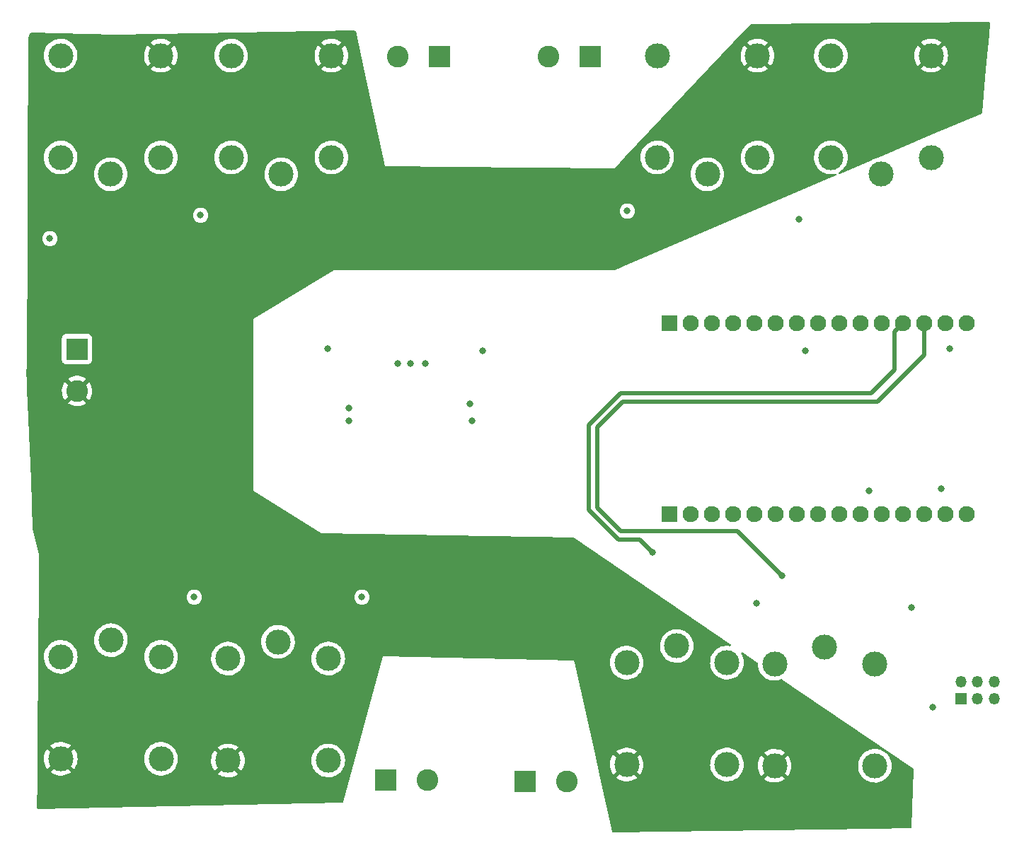
<source format=gbr>
%TF.GenerationSoftware,KiCad,Pcbnew,(6.0.7)*%
%TF.CreationDate,2023-07-14T15:56:38+03:30*%
%TF.ProjectId,Linak-controller,4c696e61-6b2d-4636-9f6e-74726f6c6c65,rev?*%
%TF.SameCoordinates,Original*%
%TF.FileFunction,Copper,L4,Bot*%
%TF.FilePolarity,Positive*%
%FSLAX46Y46*%
G04 Gerber Fmt 4.6, Leading zero omitted, Abs format (unit mm)*
G04 Created by KiCad (PCBNEW (6.0.7)) date 2023-07-14 15:56:38*
%MOMM*%
%LPD*%
G01*
G04 APERTURE LIST*
%TA.AperFunction,ComponentPad*%
%ADD10C,2.600000*%
%TD*%
%TA.AperFunction,ComponentPad*%
%ADD11R,2.600000X2.600000*%
%TD*%
%TA.AperFunction,ComponentPad*%
%ADD12C,3.000000*%
%TD*%
%TA.AperFunction,ComponentPad*%
%ADD13R,1.930000X1.930000*%
%TD*%
%TA.AperFunction,ComponentPad*%
%ADD14C,1.930000*%
%TD*%
%TA.AperFunction,ComponentPad*%
%ADD15R,1.350000X1.350000*%
%TD*%
%TA.AperFunction,ComponentPad*%
%ADD16O,1.350000X1.350000*%
%TD*%
%TA.AperFunction,ViaPad*%
%ADD17C,0.800000*%
%TD*%
%TA.AperFunction,Conductor*%
%ADD18C,0.500000*%
%TD*%
G04 APERTURE END LIST*
D10*
%TO.P,J1,2,Pin_2*%
%TO.N,Motor_1_Polar_1*%
X70572000Y-31826000D03*
D11*
%TO.P,J1,1,Pin_1*%
%TO.N,Motor_1_Polar_2*%
X75572000Y-31826000D03*
%TD*%
%TO.P,J7,1,Pin_1*%
%TO.N,GND*%
X32207000Y-66842000D03*
D10*
%TO.P,J7,2,Pin_2*%
%TO.N,supply_Vin*%
X32207000Y-71842000D03*
%TD*%
D12*
%TO.P,K6,11*%
%TO.N,Motor_3_Polar_2*%
X103966000Y-102363000D03*
%TO.P,K6,12*%
%TO.N,GND*%
X109966000Y-116563000D03*
%TO.P,K6,14*%
%TO.N,supply_Vin*%
X97966000Y-116563000D03*
%TO.P,K6,A1*%
%TO.N,+5V*%
X97966000Y-104363000D03*
%TO.P,K6,A2*%
%TO.N,Net-(D6-Pad2)*%
X109966000Y-104363000D03*
%TD*%
D13*
%TO.P,A1,J1_1,A0*%
%TO.N,A0*%
X103124000Y-86614000D03*
D14*
%TO.P,A1,J1_2,RSV1*%
%TO.N,unconnected-(A1-PadJ1_2)*%
X105664000Y-86614000D03*
%TO.P,A1,J1_3,RSV2*%
%TO.N,unconnected-(A1-PadJ1_3)*%
X108204000Y-86614000D03*
%TO.P,A1,J1_4,SD3*%
%TO.N,Relay_4_Polar_1*%
X110744000Y-86614000D03*
%TO.P,A1,J1_5,SD2*%
%TO.N,Relay_4_Polar_2*%
X113284000Y-86614000D03*
%TO.P,A1,J1_6,SD1*%
%TO.N,SPI_MOSI*%
X115824000Y-86614000D03*
%TO.P,A1,J1_7,CMD*%
%TO.N,SPI_CLK*%
X118364000Y-86614000D03*
%TO.P,A1,J1_8,SD0*%
%TO.N,SPI_MISO*%
X120904000Y-86614000D03*
%TO.P,A1,J1_9,CLK*%
%TO.N,SPI_CS*%
X123444000Y-86614000D03*
%TO.P,A1,J1_10,GND*%
%TO.N,GND*%
X125984000Y-86614000D03*
%TO.P,A1,J1_11,3V3*%
%TO.N,+3.3V*%
X128524000Y-86614000D03*
%TO.P,A1,J1_12,EN*%
%TO.N,unconnected-(A1-PadJ1_12)*%
X131064000Y-86614000D03*
%TO.P,A1,J1_13,RST*%
%TO.N,unconnected-(A1-PadJ1_13)*%
X133604000Y-86614000D03*
%TO.P,A1,J1_14,GND*%
%TO.N,GND*%
X136144000Y-86614000D03*
%TO.P,A1,J1_15,VIN*%
%TO.N,+5V*%
X138684000Y-86614000D03*
D13*
%TO.P,A1,J2_1,D0*%
%TO.N,D0*%
X103124000Y-63754000D03*
D14*
%TO.P,A1,J2_2,D1*%
%TO.N,D1*%
X105664000Y-63754000D03*
%TO.P,A1,J2_3,D2*%
%TO.N,D2*%
X108204000Y-63754000D03*
%TO.P,A1,J2_4,D3*%
%TO.N,D3*%
X110744000Y-63754000D03*
%TO.P,A1,J2_5,D4*%
%TO.N,D4*%
X113284000Y-63754000D03*
%TO.P,A1,J2_6,3V3*%
%TO.N,unconnected-(A1-PadJ2_6)*%
X115824000Y-63754000D03*
%TO.P,A1,J2_7,GND*%
%TO.N,GND*%
X118364000Y-63754000D03*
%TO.P,A1,J2_8,D5*%
%TO.N,Relay_1_Polar_1*%
X120904000Y-63754000D03*
%TO.P,A1,J2_9,D6*%
%TO.N,Relay_1_Polar_2*%
X123444000Y-63754000D03*
%TO.P,A1,J2_10,D7*%
%TO.N,Relay_2_Polar_1*%
X125984000Y-63754000D03*
%TO.P,A1,J2_11,D8*%
%TO.N,Relay_2_Polar_2*%
X128524000Y-63754000D03*
%TO.P,A1,J2_12,D9*%
%TO.N,Relay_3_Polar_2*%
X131064000Y-63754000D03*
%TO.P,A1,J2_13,D10*%
%TO.N,Relay_3_Polar_1*%
X133604000Y-63754000D03*
%TO.P,A1,J2_14,GND*%
%TO.N,GND*%
X136144000Y-63754000D03*
%TO.P,A1,J2_15,3V3*%
%TO.N,unconnected-(A1-PadJ2_15)*%
X138684000Y-63754000D03*
%TD*%
D10*
%TO.P,J2,2,Pin_2*%
%TO.N,Motor_2_Polar_1*%
X88612000Y-31826000D03*
D11*
%TO.P,J2,1,Pin_1*%
%TO.N,Motor_2_Polar_2*%
X93612000Y-31826000D03*
%TD*%
D12*
%TO.P,K3,A2*%
%TO.N,Net-(D3-Pad2)*%
X101622000Y-43896000D03*
%TO.P,K3,A1*%
%TO.N,+5V*%
X113622000Y-43896000D03*
%TO.P,K3,14*%
%TO.N,supply_Vin*%
X113622000Y-31696000D03*
%TO.P,K3,12*%
%TO.N,GND*%
X101622000Y-31696000D03*
%TO.P,K3,11*%
%TO.N,Motor_2_Polar_1*%
X107622000Y-45896000D03*
%TD*%
D15*
%TO.P,J4,1,Pin_1*%
%TO.N,GND*%
X137954000Y-108696000D03*
D16*
%TO.P,J4,2,Pin_2*%
%TO.N,+5V*%
X137954000Y-106696000D03*
%TO.P,J4,3,Pin_3*%
%TO.N,SPI_CS*%
X139954000Y-108696000D03*
%TO.P,J4,4,Pin_4*%
%TO.N,SPI_MOSI*%
X139954000Y-106696000D03*
%TO.P,J4,5,Pin_5*%
%TO.N,SPI_MISO*%
X141954000Y-108696000D03*
%TO.P,J4,6,Pin_6*%
%TO.N,SPI_CLK*%
X141954000Y-106696000D03*
%TD*%
D10*
%TO.P,J6,2,Pin_2*%
%TO.N,Motor_4_Polar_1*%
X74128000Y-118415000D03*
D11*
%TO.P,J6,1,Pin_1*%
%TO.N,Motor_4_Polar_2*%
X69128000Y-118415000D03*
%TD*%
D12*
%TO.P,K1,A2*%
%TO.N,Net-(D1-Pad2)*%
X30242000Y-43896000D03*
%TO.P,K1,A1*%
%TO.N,+5V*%
X42242000Y-43896000D03*
%TO.P,K1,14*%
%TO.N,supply_Vin*%
X42242000Y-31696000D03*
%TO.P,K1,12*%
%TO.N,GND*%
X30242000Y-31696000D03*
%TO.P,K1,11*%
%TO.N,Motor_1_Polar_1*%
X36242000Y-45896000D03*
%TD*%
%TO.P,K4,A2*%
%TO.N,Net-(D4-Pad2)*%
X122397000Y-43896000D03*
%TO.P,K4,A1*%
%TO.N,+5V*%
X134397000Y-43896000D03*
%TO.P,K4,14*%
%TO.N,supply_Vin*%
X134397000Y-31696000D03*
%TO.P,K4,12*%
%TO.N,GND*%
X122397000Y-31696000D03*
%TO.P,K4,11*%
%TO.N,Motor_2_Polar_2*%
X128397000Y-45896000D03*
%TD*%
%TO.P,K8,A2*%
%TO.N,Net-(D8-Pad2)*%
X42261000Y-103678000D03*
%TO.P,K8,A1*%
%TO.N,+5V*%
X30261000Y-103678000D03*
%TO.P,K8,14*%
%TO.N,supply_Vin*%
X30261000Y-115878000D03*
%TO.P,K8,12*%
%TO.N,GND*%
X42261000Y-115878000D03*
%TO.P,K8,11*%
%TO.N,Motor_4_Polar_2*%
X36261000Y-101678000D03*
%TD*%
%TO.P,K2,A2*%
%TO.N,Net-(D2-Pad2)*%
X50642000Y-43896000D03*
%TO.P,K2,A1*%
%TO.N,+5V*%
X62642000Y-43896000D03*
%TO.P,K2,14*%
%TO.N,supply_Vin*%
X62642000Y-31696000D03*
%TO.P,K2,12*%
%TO.N,GND*%
X50642000Y-31696000D03*
%TO.P,K2,11*%
%TO.N,Motor_1_Polar_2*%
X56642000Y-45896000D03*
%TD*%
D10*
%TO.P,J5,2,Pin_2*%
%TO.N,Motor_3_Polar_1*%
X90776000Y-118623000D03*
D11*
%TO.P,J5,1,Pin_1*%
%TO.N,Motor_3_Polar_2*%
X85776000Y-118623000D03*
%TD*%
D12*
%TO.P,K7,A2*%
%TO.N,Net-(D7-Pad2)*%
X62261000Y-103878000D03*
%TO.P,K7,A1*%
%TO.N,+5V*%
X50261000Y-103878000D03*
%TO.P,K7,14*%
%TO.N,supply_Vin*%
X50261000Y-116078000D03*
%TO.P,K7,12*%
%TO.N,GND*%
X62261000Y-116078000D03*
%TO.P,K7,11*%
%TO.N,Motor_4_Polar_1*%
X56261000Y-101878000D03*
%TD*%
%TO.P,K5,A2*%
%TO.N,Net-(D5-Pad2)*%
X127666000Y-104513000D03*
%TO.P,K5,A1*%
%TO.N,+5V*%
X115666000Y-104513000D03*
%TO.P,K5,14*%
%TO.N,supply_Vin*%
X115666000Y-116713000D03*
%TO.P,K5,12*%
%TO.N,GND*%
X127666000Y-116713000D03*
%TO.P,K5,11*%
%TO.N,Motor_3_Polar_1*%
X121666000Y-102513000D03*
%TD*%
D17*
%TO.N,GND*%
X119380000Y-67056000D03*
X136652000Y-66802000D03*
X127000000Y-83820000D03*
X135636000Y-83566000D03*
X134620000Y-109728000D03*
%TO.N,Relay_3_Polar_2*%
X101092000Y-91186000D03*
%TO.N,Relay_3_Polar_1*%
X116586000Y-93980000D03*
%TO.N,GND*%
X132080000Y-97790000D03*
X113538000Y-97282000D03*
X66294000Y-96520000D03*
X46228000Y-96520000D03*
X46990000Y-50800000D03*
X98044000Y-50292000D03*
X118618000Y-51308000D03*
X80772000Y-67056000D03*
X62230000Y-66802000D03*
X79502000Y-75438000D03*
X79248000Y-73406000D03*
X64770000Y-75438000D03*
X64770000Y-73914000D03*
X73914000Y-68580000D03*
X72136000Y-68580000D03*
X70612000Y-68580000D03*
X28956000Y-53594000D03*
%TD*%
D18*
%TO.N,Relay_3_Polar_2*%
X130048000Y-64770000D02*
X131064000Y-63754000D01*
X130048000Y-69342000D02*
X130048000Y-64770000D01*
X127254000Y-72136000D02*
X130048000Y-69342000D01*
X97282000Y-72136000D02*
X127254000Y-72136000D01*
X93472000Y-75946000D02*
X97282000Y-72136000D01*
X93472000Y-86106000D02*
X93472000Y-75946000D01*
X97028000Y-89662000D02*
X93472000Y-86106000D01*
X99568000Y-89662000D02*
X97028000Y-89662000D01*
X101092000Y-91186000D02*
X99568000Y-89662000D01*
%TO.N,Relay_3_Polar_1*%
X128016000Y-73152000D02*
X133604000Y-67564000D01*
X97536000Y-73152000D02*
X128016000Y-73152000D01*
X94488000Y-76200000D02*
X97536000Y-73152000D01*
X97282000Y-88646000D02*
X94488000Y-85852000D01*
X111252000Y-88646000D02*
X97282000Y-88646000D01*
X94488000Y-85852000D02*
X94488000Y-76200000D01*
X116586000Y-93980000D02*
X111252000Y-88646000D01*
X133604000Y-67564000D02*
X133604000Y-63754000D01*
%TD*%
%TA.AperFunction,Conductor*%
%TO.N,supply_Vin*%
G36*
X141406801Y-27706632D02*
G01*
X141453767Y-27759875D01*
X141465079Y-27824900D01*
X141336235Y-29209977D01*
X140953726Y-33321951D01*
X140468947Y-38533321D01*
X140442722Y-38599296D01*
X140393044Y-38637496D01*
X134496779Y-41159597D01*
X128070516Y-43908403D01*
X128037411Y-43917478D01*
X128017807Y-43920059D01*
X127999078Y-43922525D01*
X127734928Y-43994788D01*
X127730980Y-43996472D01*
X127486982Y-44100546D01*
X127486978Y-44100548D01*
X127483030Y-44102232D01*
X127463125Y-44114145D01*
X127251725Y-44240664D01*
X127251721Y-44240667D01*
X127248043Y-44242868D01*
X127244700Y-44245546D01*
X127244696Y-44245549D01*
X127215012Y-44269331D01*
X127185785Y-44286843D01*
X123636278Y-45805130D01*
X123532515Y-45849514D01*
X123462017Y-45857914D01*
X123398169Y-45826867D01*
X123361242Y-45766229D01*
X123362960Y-45695253D01*
X123402778Y-45636473D01*
X123419392Y-45624879D01*
X123524873Y-45563241D01*
X123524880Y-45563236D01*
X123528582Y-45561073D01*
X123744089Y-45392094D01*
X123776345Y-45358809D01*
X123918612Y-45212000D01*
X123934669Y-45195431D01*
X123937202Y-45191983D01*
X123937206Y-45191978D01*
X124094257Y-44978178D01*
X124096795Y-44974723D01*
X124124154Y-44924334D01*
X124225418Y-44737830D01*
X124225419Y-44737828D01*
X124227468Y-44734054D01*
X124324269Y-44477877D01*
X124349107Y-44369427D01*
X124384449Y-44215117D01*
X124384450Y-44215113D01*
X124385407Y-44210933D01*
X124394246Y-44111901D01*
X124409531Y-43940627D01*
X124409531Y-43940625D01*
X124409751Y-43938161D01*
X124410193Y-43896000D01*
X124410024Y-43893519D01*
X124391859Y-43627055D01*
X124391858Y-43627049D01*
X124391567Y-43622778D01*
X124336032Y-43354612D01*
X124244617Y-43096465D01*
X124119013Y-42853112D01*
X124109040Y-42838921D01*
X123964008Y-42632562D01*
X123961545Y-42629057D01*
X123775125Y-42428445D01*
X123771810Y-42425731D01*
X123771806Y-42425728D01*
X123566523Y-42257706D01*
X123563205Y-42254990D01*
X123329704Y-42111901D01*
X123325768Y-42110173D01*
X123082873Y-42003549D01*
X123082869Y-42003548D01*
X123078945Y-42001825D01*
X122815566Y-41926800D01*
X122811324Y-41926196D01*
X122811318Y-41926195D01*
X122610834Y-41897662D01*
X122544443Y-41888213D01*
X122400589Y-41887460D01*
X122274877Y-41886802D01*
X122274871Y-41886802D01*
X122270591Y-41886780D01*
X122266347Y-41887339D01*
X122266343Y-41887339D01*
X122147302Y-41903011D01*
X121999078Y-41922525D01*
X121994938Y-41923658D01*
X121994936Y-41923658D01*
X121922008Y-41943609D01*
X121734928Y-41994788D01*
X121730980Y-41996472D01*
X121486982Y-42100546D01*
X121486978Y-42100548D01*
X121483030Y-42102232D01*
X121463125Y-42114145D01*
X121251725Y-42240664D01*
X121251721Y-42240667D01*
X121248043Y-42242868D01*
X121034318Y-42414094D01*
X120845808Y-42612742D01*
X120686002Y-42835136D01*
X120557857Y-43077161D01*
X120556385Y-43081184D01*
X120556383Y-43081188D01*
X120549314Y-43100506D01*
X120463743Y-43334337D01*
X120405404Y-43601907D01*
X120383917Y-43874918D01*
X120399682Y-44148320D01*
X120400507Y-44152525D01*
X120400508Y-44152533D01*
X120423423Y-44269331D01*
X120452405Y-44417053D01*
X120453792Y-44421103D01*
X120453793Y-44421108D01*
X120520596Y-44616222D01*
X120541112Y-44676144D01*
X120664160Y-44920799D01*
X120666586Y-44924328D01*
X120666589Y-44924334D01*
X120787670Y-45100506D01*
X120819274Y-45146490D01*
X121003582Y-45349043D01*
X121213675Y-45524707D01*
X121217316Y-45526991D01*
X121442024Y-45667951D01*
X121442028Y-45667953D01*
X121445664Y-45670234D01*
X121513544Y-45700883D01*
X121691345Y-45781164D01*
X121691349Y-45781166D01*
X121695257Y-45782930D01*
X121699377Y-45784150D01*
X121699376Y-45784150D01*
X121953723Y-45859491D01*
X121953727Y-45859492D01*
X121957836Y-45860709D01*
X121962070Y-45861357D01*
X121962075Y-45861358D01*
X122224298Y-45901483D01*
X122224300Y-45901483D01*
X122228540Y-45902132D01*
X122367912Y-45904322D01*
X122498071Y-45906367D01*
X122498077Y-45906367D01*
X122502362Y-45906434D01*
X122774235Y-45873534D01*
X122941923Y-45829542D01*
X123012889Y-45831603D01*
X123071476Y-45871705D01*
X123099082Y-45937115D01*
X123086942Y-46007066D01*
X123038911Y-46059349D01*
X123023454Y-46067263D01*
X98285822Y-56648677D01*
X96543736Y-57393847D01*
X96494183Y-57404000D01*
X62992000Y-57404000D01*
X53340000Y-63246000D01*
X53340000Y-83820000D01*
X61468000Y-88900000D01*
X61485166Y-88900289D01*
X61485168Y-88900289D01*
X91656321Y-89407367D01*
X91725144Y-89429217D01*
X110405633Y-102155300D01*
X110450670Y-102210184D01*
X110458885Y-102280703D01*
X110427669Y-102344470D01*
X110366935Y-102381237D01*
X110316939Y-102384175D01*
X110185610Y-102365484D01*
X110113443Y-102355213D01*
X109969589Y-102354460D01*
X109843877Y-102353802D01*
X109843871Y-102353802D01*
X109839591Y-102353780D01*
X109835347Y-102354339D01*
X109835343Y-102354339D01*
X109769557Y-102363000D01*
X109568078Y-102389525D01*
X109563938Y-102390658D01*
X109563936Y-102390658D01*
X109536287Y-102398222D01*
X109303928Y-102461788D01*
X109299980Y-102463472D01*
X109055982Y-102567546D01*
X109055978Y-102567548D01*
X109052030Y-102569232D01*
X108947808Y-102631607D01*
X108820725Y-102707664D01*
X108820721Y-102707667D01*
X108817043Y-102709868D01*
X108603318Y-102881094D01*
X108531549Y-102956723D01*
X108434339Y-103059161D01*
X108414808Y-103079742D01*
X108255002Y-103302136D01*
X108126857Y-103544161D01*
X108125385Y-103548184D01*
X108125383Y-103548188D01*
X108037942Y-103787130D01*
X108032743Y-103801337D01*
X107974404Y-104068907D01*
X107974068Y-104073177D01*
X107958625Y-104269399D01*
X107952917Y-104341918D01*
X107968682Y-104615320D01*
X107969507Y-104619525D01*
X107969508Y-104619533D01*
X107986538Y-104706334D01*
X108021405Y-104884053D01*
X108022792Y-104888103D01*
X108022793Y-104888108D01*
X108106912Y-105133799D01*
X108110112Y-105143144D01*
X108128905Y-105180509D01*
X108203018Y-105327867D01*
X108233160Y-105387799D01*
X108235586Y-105391328D01*
X108235589Y-105391334D01*
X108349020Y-105556376D01*
X108388274Y-105613490D01*
X108391161Y-105616663D01*
X108391162Y-105616664D01*
X108515258Y-105753044D01*
X108572582Y-105816043D01*
X108575877Y-105818798D01*
X108575878Y-105818799D01*
X108619813Y-105855534D01*
X108782675Y-105991707D01*
X108786316Y-105993991D01*
X109011024Y-106134951D01*
X109011028Y-106134953D01*
X109014664Y-106137234D01*
X109082544Y-106167883D01*
X109260345Y-106248164D01*
X109260349Y-106248166D01*
X109264257Y-106249930D01*
X109268377Y-106251150D01*
X109268376Y-106251150D01*
X109522723Y-106326491D01*
X109522727Y-106326492D01*
X109526836Y-106327709D01*
X109531070Y-106328357D01*
X109531075Y-106328358D01*
X109793298Y-106368483D01*
X109793300Y-106368483D01*
X109797540Y-106369132D01*
X109936912Y-106371322D01*
X110067071Y-106373367D01*
X110067077Y-106373367D01*
X110071362Y-106373434D01*
X110343235Y-106340534D01*
X110608127Y-106271041D01*
X110612087Y-106269401D01*
X110612092Y-106269399D01*
X110734631Y-106218641D01*
X110861136Y-106166241D01*
X111097582Y-106028073D01*
X111313089Y-105859094D01*
X111317595Y-105854445D01*
X111483268Y-105683483D01*
X111503669Y-105662431D01*
X111506202Y-105658983D01*
X111506206Y-105658978D01*
X111663257Y-105445178D01*
X111665795Y-105441723D01*
X111693154Y-105391334D01*
X111794418Y-105204830D01*
X111794419Y-105204828D01*
X111796468Y-105201054D01*
X111893269Y-104944877D01*
X111935375Y-104761032D01*
X111953449Y-104682117D01*
X111953450Y-104682113D01*
X111954407Y-104677933D01*
X111955832Y-104661975D01*
X111978531Y-104407627D01*
X111978531Y-104407625D01*
X111978751Y-104405161D01*
X111979193Y-104363000D01*
X111977697Y-104341050D01*
X111960859Y-104094055D01*
X111960858Y-104094049D01*
X111960567Y-104089778D01*
X111905032Y-103821612D01*
X111813617Y-103563465D01*
X111688013Y-103320112D01*
X111687213Y-103318973D01*
X111669216Y-103251016D01*
X111691030Y-103183454D01*
X111745909Y-103138411D01*
X111816428Y-103130188D01*
X111866109Y-103150249D01*
X113004873Y-103926032D01*
X113601803Y-104332691D01*
X113646840Y-104387575D01*
X113656475Y-104446709D01*
X113655123Y-104463895D01*
X113652917Y-104491918D01*
X113668682Y-104765320D01*
X113669507Y-104769525D01*
X113669508Y-104769533D01*
X113695654Y-104902799D01*
X113721405Y-105034053D01*
X113722792Y-105038103D01*
X113722793Y-105038108D01*
X113778582Y-105201054D01*
X113810112Y-105293144D01*
X113857718Y-105387799D01*
X113890126Y-105452234D01*
X113933160Y-105537799D01*
X113935586Y-105541328D01*
X113935589Y-105541334D01*
X114036643Y-105688367D01*
X114088274Y-105763490D01*
X114272582Y-105966043D01*
X114482675Y-106141707D01*
X114486316Y-106143991D01*
X114711024Y-106284951D01*
X114711028Y-106284953D01*
X114714664Y-106287234D01*
X114804306Y-106327709D01*
X114960345Y-106398164D01*
X114960349Y-106398166D01*
X114964257Y-106399930D01*
X114968377Y-106401150D01*
X114968376Y-106401150D01*
X115222723Y-106476491D01*
X115222727Y-106476492D01*
X115226836Y-106477709D01*
X115231070Y-106478357D01*
X115231075Y-106478358D01*
X115493298Y-106518483D01*
X115493300Y-106518483D01*
X115497540Y-106519132D01*
X115636912Y-106521322D01*
X115767071Y-106523367D01*
X115767077Y-106523367D01*
X115771362Y-106523434D01*
X116043235Y-106490534D01*
X116308127Y-106421041D01*
X116468578Y-106354580D01*
X116539166Y-106346991D01*
X116587735Y-106366857D01*
X132047715Y-116898968D01*
X132276538Y-117054854D01*
X132321575Y-117109738D01*
X132331518Y-117163483D01*
X132084278Y-124086210D01*
X132061857Y-124153574D01*
X132006576Y-124198122D01*
X131960145Y-124207700D01*
X127397118Y-124272424D01*
X96368539Y-124712546D01*
X96300143Y-124693512D01*
X96252894Y-124640522D01*
X96243754Y-124613892D01*
X94807923Y-118152654D01*
X96741618Y-118152654D01*
X96748673Y-118162627D01*
X96779679Y-118188551D01*
X96786598Y-118193579D01*
X97011272Y-118334515D01*
X97018807Y-118338556D01*
X97260520Y-118447694D01*
X97268551Y-118450680D01*
X97522832Y-118526002D01*
X97531184Y-118527869D01*
X97793340Y-118567984D01*
X97801874Y-118568700D01*
X98067045Y-118572867D01*
X98075596Y-118572418D01*
X98338883Y-118540557D01*
X98347284Y-118538955D01*
X98603824Y-118471653D01*
X98611926Y-118468926D01*
X98856949Y-118367434D01*
X98864617Y-118363628D01*
X99093598Y-118229822D01*
X99100679Y-118225009D01*
X99180655Y-118162301D01*
X99189125Y-118150442D01*
X99182608Y-118138818D01*
X97978812Y-116935022D01*
X97964868Y-116927408D01*
X97963035Y-116927539D01*
X97956420Y-116931790D01*
X96748910Y-118139300D01*
X96741618Y-118152654D01*
X94807923Y-118152654D01*
X94450934Y-116546204D01*
X95953665Y-116546204D01*
X95968932Y-116810969D01*
X95970005Y-116819470D01*
X96021065Y-117079722D01*
X96023276Y-117087974D01*
X96109184Y-117338894D01*
X96112499Y-117346779D01*
X96231664Y-117583713D01*
X96236020Y-117591079D01*
X96365347Y-117779250D01*
X96375601Y-117787594D01*
X96389342Y-117780448D01*
X97593978Y-116575812D01*
X97600356Y-116564132D01*
X98330408Y-116564132D01*
X98330539Y-116565965D01*
X98334790Y-116572580D01*
X99541730Y-117779520D01*
X99553939Y-117786187D01*
X99565439Y-117777497D01*
X99662831Y-117644913D01*
X99667418Y-117637685D01*
X99793962Y-117404621D01*
X99797530Y-117396827D01*
X99891271Y-117148750D01*
X99893748Y-117140544D01*
X99952954Y-116882038D01*
X99954294Y-116873577D01*
X99978031Y-116607616D01*
X99978277Y-116602677D01*
X99978666Y-116565485D01*
X99978523Y-116560519D01*
X99977255Y-116541918D01*
X107952917Y-116541918D01*
X107968682Y-116815320D01*
X107969507Y-116819525D01*
X107969508Y-116819533D01*
X107990698Y-116927539D01*
X108021405Y-117084053D01*
X108022792Y-117088103D01*
X108022793Y-117088108D01*
X108106912Y-117333799D01*
X108110112Y-117343144D01*
X108128905Y-117380509D01*
X108224135Y-117569854D01*
X108233160Y-117587799D01*
X108235586Y-117591328D01*
X108235589Y-117591334D01*
X108370724Y-117787955D01*
X108388274Y-117813490D01*
X108391161Y-117816663D01*
X108391162Y-117816664D01*
X108494697Y-117930448D01*
X108572582Y-118016043D01*
X108575877Y-118018798D01*
X108575878Y-118018799D01*
X108619813Y-118055534D01*
X108782675Y-118191707D01*
X108786316Y-118193991D01*
X109011024Y-118334951D01*
X109011028Y-118334953D01*
X109014664Y-118337234D01*
X109081753Y-118367526D01*
X109260345Y-118448164D01*
X109260349Y-118448166D01*
X109264257Y-118449930D01*
X109268377Y-118451150D01*
X109268376Y-118451150D01*
X109522723Y-118526491D01*
X109522727Y-118526492D01*
X109526836Y-118527709D01*
X109531070Y-118528357D01*
X109531075Y-118528358D01*
X109793298Y-118568483D01*
X109793300Y-118568483D01*
X109797540Y-118569132D01*
X109936912Y-118571322D01*
X110067071Y-118573367D01*
X110067077Y-118573367D01*
X110071362Y-118573434D01*
X110343235Y-118540534D01*
X110608127Y-118471041D01*
X110612087Y-118469401D01*
X110612092Y-118469399D01*
X110743422Y-118415000D01*
X110861136Y-118366241D01*
X110969952Y-118302654D01*
X114441618Y-118302654D01*
X114448673Y-118312627D01*
X114479679Y-118338551D01*
X114486598Y-118343579D01*
X114711272Y-118484515D01*
X114718807Y-118488556D01*
X114960520Y-118597694D01*
X114968551Y-118600680D01*
X115222832Y-118676002D01*
X115231184Y-118677869D01*
X115493340Y-118717984D01*
X115501874Y-118718700D01*
X115767045Y-118722867D01*
X115775596Y-118722418D01*
X116038883Y-118690557D01*
X116047284Y-118688955D01*
X116303824Y-118621653D01*
X116311926Y-118618926D01*
X116556949Y-118517434D01*
X116564617Y-118513628D01*
X116793598Y-118379822D01*
X116800679Y-118375009D01*
X116880655Y-118312301D01*
X116889125Y-118300442D01*
X116882608Y-118288818D01*
X115678812Y-117085022D01*
X115664868Y-117077408D01*
X115663035Y-117077539D01*
X115656420Y-117081790D01*
X114448910Y-118289300D01*
X114441618Y-118302654D01*
X110969952Y-118302654D01*
X110992805Y-118289300D01*
X111093879Y-118230237D01*
X111093880Y-118230236D01*
X111097582Y-118228073D01*
X111313089Y-118059094D01*
X111317595Y-118054445D01*
X111483752Y-117882984D01*
X111503669Y-117862431D01*
X111506202Y-117858983D01*
X111506206Y-117858978D01*
X111663257Y-117645178D01*
X111665795Y-117641723D01*
X111667841Y-117637955D01*
X111794418Y-117404830D01*
X111794419Y-117404828D01*
X111796468Y-117401054D01*
X111882273Y-117173978D01*
X111891751Y-117148895D01*
X111891752Y-117148891D01*
X111893269Y-117144877D01*
X111935389Y-116960969D01*
X111953449Y-116882117D01*
X111953450Y-116882113D01*
X111954407Y-116877933D01*
X111954903Y-116872385D01*
X111970626Y-116696204D01*
X113653665Y-116696204D01*
X113668932Y-116960969D01*
X113670005Y-116969470D01*
X113721065Y-117229722D01*
X113723276Y-117237974D01*
X113809184Y-117488894D01*
X113812499Y-117496779D01*
X113931664Y-117733713D01*
X113936020Y-117741079D01*
X114065347Y-117929250D01*
X114075601Y-117937594D01*
X114089342Y-117930448D01*
X115293978Y-116725812D01*
X115300356Y-116714132D01*
X116030408Y-116714132D01*
X116030539Y-116715965D01*
X116034790Y-116722580D01*
X117241730Y-117929520D01*
X117253939Y-117936187D01*
X117265439Y-117927497D01*
X117362831Y-117794913D01*
X117367418Y-117787685D01*
X117493962Y-117554621D01*
X117497530Y-117546827D01*
X117591271Y-117298750D01*
X117593748Y-117290544D01*
X117652954Y-117032038D01*
X117654294Y-117023577D01*
X117678031Y-116757616D01*
X117678277Y-116752677D01*
X117678666Y-116715485D01*
X117678523Y-116710519D01*
X117677255Y-116691918D01*
X125652917Y-116691918D01*
X125668682Y-116965320D01*
X125669507Y-116969525D01*
X125669508Y-116969533D01*
X125699917Y-117124526D01*
X125721405Y-117234053D01*
X125722792Y-117238103D01*
X125722793Y-117238108D01*
X125804799Y-117477627D01*
X125810112Y-117493144D01*
X125857718Y-117587799D01*
X125890126Y-117652234D01*
X125933160Y-117737799D01*
X125935586Y-117741328D01*
X125935589Y-117741334D01*
X126064741Y-117929250D01*
X126088274Y-117963490D01*
X126091161Y-117966663D01*
X126091162Y-117966664D01*
X126197459Y-118083483D01*
X126272582Y-118166043D01*
X126482675Y-118341707D01*
X126486316Y-118343991D01*
X126711024Y-118484951D01*
X126711028Y-118484953D01*
X126714664Y-118487234D01*
X126804306Y-118527709D01*
X126960345Y-118598164D01*
X126960349Y-118598166D01*
X126964257Y-118599930D01*
X126968377Y-118601150D01*
X126968376Y-118601150D01*
X127222723Y-118676491D01*
X127222727Y-118676492D01*
X127226836Y-118677709D01*
X127231070Y-118678357D01*
X127231075Y-118678358D01*
X127493298Y-118718483D01*
X127493300Y-118718483D01*
X127497540Y-118719132D01*
X127636912Y-118721322D01*
X127767071Y-118723367D01*
X127767077Y-118723367D01*
X127771362Y-118723434D01*
X128043235Y-118690534D01*
X128308127Y-118621041D01*
X128312087Y-118619401D01*
X128312092Y-118619399D01*
X128436218Y-118567984D01*
X128561136Y-118516241D01*
X128797582Y-118378073D01*
X129013089Y-118209094D01*
X129029939Y-118191707D01*
X129161899Y-118055534D01*
X129203669Y-118012431D01*
X129206202Y-118008983D01*
X129206206Y-118008978D01*
X129363257Y-117795178D01*
X129365795Y-117791723D01*
X129367841Y-117787955D01*
X129494418Y-117554830D01*
X129494419Y-117554828D01*
X129496468Y-117551054D01*
X129554745Y-117396827D01*
X129591751Y-117298895D01*
X129591752Y-117298891D01*
X129593269Y-117294877D01*
X129630650Y-117131664D01*
X129653449Y-117032117D01*
X129653450Y-117032113D01*
X129654407Y-117027933D01*
X129659025Y-116976197D01*
X129678531Y-116757627D01*
X129678532Y-116757616D01*
X129678751Y-116755161D01*
X129679193Y-116713000D01*
X129675879Y-116664385D01*
X129660859Y-116444055D01*
X129660858Y-116444049D01*
X129660567Y-116439778D01*
X129605032Y-116171612D01*
X129513617Y-115913465D01*
X129444625Y-115779795D01*
X129389978Y-115673919D01*
X129389978Y-115673918D01*
X129388013Y-115670112D01*
X129378040Y-115655921D01*
X129282878Y-115520520D01*
X129230545Y-115446057D01*
X129044125Y-115245445D01*
X129040810Y-115242731D01*
X129040806Y-115242728D01*
X128857542Y-115092728D01*
X128832205Y-115071990D01*
X128598704Y-114928901D01*
X128594768Y-114927173D01*
X128351873Y-114820549D01*
X128351869Y-114820548D01*
X128347945Y-114818825D01*
X128084566Y-114743800D01*
X128080324Y-114743196D01*
X128080318Y-114743195D01*
X127879834Y-114714662D01*
X127813443Y-114705213D01*
X127669589Y-114704460D01*
X127543877Y-114703802D01*
X127543871Y-114703802D01*
X127539591Y-114703780D01*
X127535347Y-114704339D01*
X127535343Y-114704339D01*
X127416302Y-114720011D01*
X127268078Y-114739525D01*
X127263938Y-114740658D01*
X127263936Y-114740658D01*
X127191008Y-114760609D01*
X127003928Y-114811788D01*
X126991390Y-114817136D01*
X126755982Y-114917546D01*
X126755978Y-114917548D01*
X126752030Y-114919232D01*
X126633414Y-114990222D01*
X126520725Y-115057664D01*
X126520721Y-115057667D01*
X126517043Y-115059868D01*
X126303318Y-115231094D01*
X126114808Y-115429742D01*
X125955002Y-115652136D01*
X125826857Y-115894161D01*
X125825385Y-115898184D01*
X125825383Y-115898188D01*
X125738892Y-116134533D01*
X125732743Y-116151337D01*
X125674404Y-116418907D01*
X125674068Y-116423177D01*
X125655123Y-116663895D01*
X125652917Y-116691918D01*
X117677255Y-116691918D01*
X117660362Y-116444123D01*
X117659201Y-116435649D01*
X117605419Y-116175944D01*
X117603120Y-116167709D01*
X117514588Y-115917705D01*
X117511191Y-115909854D01*
X117389550Y-115674178D01*
X117385122Y-115666866D01*
X117266031Y-115497417D01*
X117255509Y-115489037D01*
X117242121Y-115496089D01*
X116038022Y-116700188D01*
X116030408Y-116714132D01*
X115300356Y-116714132D01*
X115301592Y-116711868D01*
X115301461Y-116710035D01*
X115297210Y-116703420D01*
X114089814Y-115496024D01*
X114077804Y-115489466D01*
X114066064Y-115498434D01*
X113957935Y-115648911D01*
X113953418Y-115656196D01*
X113829325Y-115890567D01*
X113825839Y-115898395D01*
X113734700Y-116147446D01*
X113732311Y-116155670D01*
X113675812Y-116414795D01*
X113674563Y-116423250D01*
X113653754Y-116687653D01*
X113653665Y-116696204D01*
X111970626Y-116696204D01*
X111978531Y-116607627D01*
X111978532Y-116607616D01*
X111978751Y-116605161D01*
X111979193Y-116563000D01*
X111972163Y-116459877D01*
X111960859Y-116294055D01*
X111960858Y-116294049D01*
X111960567Y-116289778D01*
X111905032Y-116021612D01*
X111813617Y-115763465D01*
X111688013Y-115520112D01*
X111682626Y-115512446D01*
X111542063Y-115312446D01*
X111530545Y-115296057D01*
X111372054Y-115125500D01*
X114442584Y-115125500D01*
X114448980Y-115136770D01*
X115653188Y-116340978D01*
X115667132Y-116348592D01*
X115668965Y-116348461D01*
X115675580Y-116344210D01*
X116882604Y-115137186D01*
X116889795Y-115124017D01*
X116882473Y-115113780D01*
X116835233Y-115075115D01*
X116828261Y-115070160D01*
X116602122Y-114931582D01*
X116594552Y-114927624D01*
X116351704Y-114821022D01*
X116343644Y-114818120D01*
X116088592Y-114745467D01*
X116080214Y-114743685D01*
X115817656Y-114706318D01*
X115809111Y-114705691D01*
X115543908Y-114704302D01*
X115535374Y-114704839D01*
X115272433Y-114739456D01*
X115264035Y-114741149D01*
X115008238Y-114811127D01*
X115000143Y-114813946D01*
X114756199Y-114917997D01*
X114748577Y-114921881D01*
X114521013Y-115058075D01*
X114513981Y-115062962D01*
X114451053Y-115113377D01*
X114442584Y-115125500D01*
X111372054Y-115125500D01*
X111361163Y-115113780D01*
X111347046Y-115098588D01*
X111347043Y-115098585D01*
X111344125Y-115095445D01*
X111340810Y-115092731D01*
X111340806Y-115092728D01*
X111143390Y-114931145D01*
X111132205Y-114921990D01*
X110956898Y-114814562D01*
X110902366Y-114781145D01*
X110902365Y-114781145D01*
X110898704Y-114778901D01*
X110894768Y-114777173D01*
X110651873Y-114670549D01*
X110651869Y-114670548D01*
X110647945Y-114668825D01*
X110384566Y-114593800D01*
X110380324Y-114593196D01*
X110380318Y-114593195D01*
X110179834Y-114564662D01*
X110113443Y-114555213D01*
X109969589Y-114554460D01*
X109843877Y-114553802D01*
X109843871Y-114553802D01*
X109839591Y-114553780D01*
X109835347Y-114554339D01*
X109835343Y-114554339D01*
X109716302Y-114570011D01*
X109568078Y-114589525D01*
X109563938Y-114590658D01*
X109563936Y-114590658D01*
X109536287Y-114598222D01*
X109303928Y-114661788D01*
X109299980Y-114663472D01*
X109055982Y-114767546D01*
X109055978Y-114767548D01*
X109052030Y-114769232D01*
X108965495Y-114821022D01*
X108820725Y-114907664D01*
X108820721Y-114907667D01*
X108817043Y-114909868D01*
X108603318Y-115081094D01*
X108550089Y-115137186D01*
X108419447Y-115274854D01*
X108414808Y-115279742D01*
X108255002Y-115502136D01*
X108126857Y-115744161D01*
X108125385Y-115748184D01*
X108125383Y-115748188D01*
X108063355Y-115917686D01*
X108032743Y-116001337D01*
X107974404Y-116268907D01*
X107964986Y-116388577D01*
X107960739Y-116442539D01*
X107952917Y-116541918D01*
X99977255Y-116541918D01*
X99960362Y-116294123D01*
X99959201Y-116285649D01*
X99905419Y-116025944D01*
X99903120Y-116017709D01*
X99814588Y-115767705D01*
X99811191Y-115759854D01*
X99689550Y-115524178D01*
X99685122Y-115516866D01*
X99566031Y-115347417D01*
X99555509Y-115339037D01*
X99542121Y-115346089D01*
X98338022Y-116550188D01*
X98330408Y-116564132D01*
X97600356Y-116564132D01*
X97601592Y-116561868D01*
X97601461Y-116560035D01*
X97597210Y-116553420D01*
X96389814Y-115346024D01*
X96377804Y-115339466D01*
X96366064Y-115348434D01*
X96257935Y-115498911D01*
X96253418Y-115506196D01*
X96129325Y-115740567D01*
X96125839Y-115748395D01*
X96034700Y-115997446D01*
X96032311Y-116005670D01*
X95975812Y-116264795D01*
X95974563Y-116273250D01*
X95953754Y-116537653D01*
X95953665Y-116546204D01*
X94450934Y-116546204D01*
X94101889Y-114975500D01*
X96742584Y-114975500D01*
X96748980Y-114986770D01*
X97953188Y-116190978D01*
X97967132Y-116198592D01*
X97968965Y-116198461D01*
X97975580Y-116194210D01*
X99182604Y-114987186D01*
X99189795Y-114974017D01*
X99182473Y-114963780D01*
X99135233Y-114925115D01*
X99128261Y-114920160D01*
X98902122Y-114781582D01*
X98894552Y-114777624D01*
X98651704Y-114671022D01*
X98643644Y-114668120D01*
X98388592Y-114595467D01*
X98380214Y-114593685D01*
X98117656Y-114556318D01*
X98109111Y-114555691D01*
X97843908Y-114554302D01*
X97835374Y-114554839D01*
X97572433Y-114589456D01*
X97564035Y-114591149D01*
X97308238Y-114661127D01*
X97300143Y-114663946D01*
X97056199Y-114767997D01*
X97048577Y-114771881D01*
X96821013Y-114908075D01*
X96813981Y-114912962D01*
X96751053Y-114963377D01*
X96742584Y-114975500D01*
X94101889Y-114975500D01*
X91738871Y-104341918D01*
X95952917Y-104341918D01*
X95968682Y-104615320D01*
X95969507Y-104619525D01*
X95969508Y-104619533D01*
X95986538Y-104706334D01*
X96021405Y-104884053D01*
X96022792Y-104888103D01*
X96022793Y-104888108D01*
X96106912Y-105133799D01*
X96110112Y-105143144D01*
X96128905Y-105180509D01*
X96203018Y-105327867D01*
X96233160Y-105387799D01*
X96235586Y-105391328D01*
X96235589Y-105391334D01*
X96349020Y-105556376D01*
X96388274Y-105613490D01*
X96391161Y-105616663D01*
X96391162Y-105616664D01*
X96515258Y-105753044D01*
X96572582Y-105816043D01*
X96575877Y-105818798D01*
X96575878Y-105818799D01*
X96619813Y-105855534D01*
X96782675Y-105991707D01*
X96786316Y-105993991D01*
X97011024Y-106134951D01*
X97011028Y-106134953D01*
X97014664Y-106137234D01*
X97082544Y-106167883D01*
X97260345Y-106248164D01*
X97260349Y-106248166D01*
X97264257Y-106249930D01*
X97268377Y-106251150D01*
X97268376Y-106251150D01*
X97522723Y-106326491D01*
X97522727Y-106326492D01*
X97526836Y-106327709D01*
X97531070Y-106328357D01*
X97531075Y-106328358D01*
X97793298Y-106368483D01*
X97793300Y-106368483D01*
X97797540Y-106369132D01*
X97936912Y-106371322D01*
X98067071Y-106373367D01*
X98067077Y-106373367D01*
X98071362Y-106373434D01*
X98343235Y-106340534D01*
X98608127Y-106271041D01*
X98612087Y-106269401D01*
X98612092Y-106269399D01*
X98734631Y-106218641D01*
X98861136Y-106166241D01*
X99097582Y-106028073D01*
X99313089Y-105859094D01*
X99317595Y-105854445D01*
X99483268Y-105683483D01*
X99503669Y-105662431D01*
X99506202Y-105658983D01*
X99506206Y-105658978D01*
X99663257Y-105445178D01*
X99665795Y-105441723D01*
X99693154Y-105391334D01*
X99794418Y-105204830D01*
X99794419Y-105204828D01*
X99796468Y-105201054D01*
X99893269Y-104944877D01*
X99935375Y-104761032D01*
X99953449Y-104682117D01*
X99953450Y-104682113D01*
X99954407Y-104677933D01*
X99955832Y-104661975D01*
X99978531Y-104407627D01*
X99978531Y-104407625D01*
X99978751Y-104405161D01*
X99979193Y-104363000D01*
X99977697Y-104341050D01*
X99960859Y-104094055D01*
X99960858Y-104094049D01*
X99960567Y-104089778D01*
X99905032Y-103821612D01*
X99813617Y-103563465D01*
X99692016Y-103327867D01*
X99689978Y-103323919D01*
X99689978Y-103323918D01*
X99688013Y-103320112D01*
X99678040Y-103305921D01*
X99583223Y-103171010D01*
X99530545Y-103096057D01*
X99390060Y-102944877D01*
X99347046Y-102898588D01*
X99347043Y-102898585D01*
X99344125Y-102895445D01*
X99340810Y-102892731D01*
X99340806Y-102892728D01*
X99170037Y-102752955D01*
X99132205Y-102721990D01*
X98898704Y-102578901D01*
X98894768Y-102577173D01*
X98651873Y-102470549D01*
X98651869Y-102470548D01*
X98647945Y-102468825D01*
X98384566Y-102393800D01*
X98380324Y-102393196D01*
X98380318Y-102393195D01*
X98179834Y-102364662D01*
X98113443Y-102355213D01*
X97969589Y-102354460D01*
X97843877Y-102353802D01*
X97843871Y-102353802D01*
X97839591Y-102353780D01*
X97835347Y-102354339D01*
X97835343Y-102354339D01*
X97769557Y-102363000D01*
X97568078Y-102389525D01*
X97563938Y-102390658D01*
X97563936Y-102390658D01*
X97536287Y-102398222D01*
X97303928Y-102461788D01*
X97299980Y-102463472D01*
X97055982Y-102567546D01*
X97055978Y-102567548D01*
X97052030Y-102569232D01*
X96947808Y-102631607D01*
X96820725Y-102707664D01*
X96820721Y-102707667D01*
X96817043Y-102709868D01*
X96603318Y-102881094D01*
X96531549Y-102956723D01*
X96434339Y-103059161D01*
X96414808Y-103079742D01*
X96255002Y-103302136D01*
X96126857Y-103544161D01*
X96125385Y-103548184D01*
X96125383Y-103548188D01*
X96037942Y-103787130D01*
X96032743Y-103801337D01*
X95974404Y-104068907D01*
X95974068Y-104073177D01*
X95958625Y-104269399D01*
X95952917Y-104341918D01*
X91738871Y-104341918D01*
X91697930Y-104157684D01*
X91697930Y-104157683D01*
X91694000Y-104140000D01*
X91682802Y-104139751D01*
X68852112Y-103632402D01*
X68852110Y-103632402D01*
X68834000Y-103632000D01*
X68830993Y-103642920D01*
X64032938Y-121067435D01*
X63995569Y-121127801D01*
X63931495Y-121158381D01*
X63914089Y-121159956D01*
X27561701Y-121917298D01*
X27493179Y-121898719D01*
X27445578Y-121846043D01*
X27433081Y-121790275D01*
X27458643Y-118722867D01*
X27469103Y-117467654D01*
X29036618Y-117467654D01*
X29043673Y-117477627D01*
X29074679Y-117503551D01*
X29081598Y-117508579D01*
X29306272Y-117649515D01*
X29313807Y-117653556D01*
X29555520Y-117762694D01*
X29563551Y-117765680D01*
X29817832Y-117841002D01*
X29826184Y-117842869D01*
X30088340Y-117882984D01*
X30096874Y-117883700D01*
X30362045Y-117887867D01*
X30370596Y-117887418D01*
X30633883Y-117855557D01*
X30642284Y-117853955D01*
X30898824Y-117786653D01*
X30906926Y-117783926D01*
X31151949Y-117682434D01*
X31159617Y-117678628D01*
X31388598Y-117544822D01*
X31395679Y-117540009D01*
X31475655Y-117477301D01*
X31484125Y-117465442D01*
X31477608Y-117453818D01*
X30273812Y-116250022D01*
X30259868Y-116242408D01*
X30258035Y-116242539D01*
X30251420Y-116246790D01*
X29043910Y-117454300D01*
X29036618Y-117467654D01*
X27469103Y-117467654D01*
X27482490Y-115861204D01*
X28248665Y-115861204D01*
X28263932Y-116125969D01*
X28265005Y-116134470D01*
X28316065Y-116394722D01*
X28318276Y-116402974D01*
X28404184Y-116653894D01*
X28407499Y-116661779D01*
X28526664Y-116898713D01*
X28531020Y-116906079D01*
X28660347Y-117094250D01*
X28670601Y-117102594D01*
X28684342Y-117095448D01*
X29888978Y-115890812D01*
X29895356Y-115879132D01*
X30625408Y-115879132D01*
X30625539Y-115880965D01*
X30629790Y-115887580D01*
X31836730Y-117094520D01*
X31848939Y-117101187D01*
X31860439Y-117092497D01*
X31957831Y-116959913D01*
X31962418Y-116952685D01*
X32088962Y-116719621D01*
X32092530Y-116711827D01*
X32186271Y-116463750D01*
X32188748Y-116455544D01*
X32247954Y-116197038D01*
X32249294Y-116188577D01*
X32273031Y-115922616D01*
X32273277Y-115917677D01*
X32273666Y-115880485D01*
X32273523Y-115875519D01*
X32272255Y-115856918D01*
X40247917Y-115856918D01*
X40263682Y-116130320D01*
X40264507Y-116134525D01*
X40264508Y-116134533D01*
X40291709Y-116273177D01*
X40316405Y-116399053D01*
X40317792Y-116403103D01*
X40317793Y-116403108D01*
X40389743Y-116613255D01*
X40405112Y-116658144D01*
X40528160Y-116902799D01*
X40530586Y-116906328D01*
X40530589Y-116906334D01*
X40670386Y-117109738D01*
X40683274Y-117128490D01*
X40686161Y-117131663D01*
X40686162Y-117131664D01*
X40864692Y-117327867D01*
X40867582Y-117331043D01*
X40870877Y-117333798D01*
X40870878Y-117333799D01*
X40904432Y-117361854D01*
X41077675Y-117506707D01*
X41081316Y-117508991D01*
X41306024Y-117649951D01*
X41306028Y-117649953D01*
X41309664Y-117652234D01*
X41377544Y-117682883D01*
X41555345Y-117763164D01*
X41555349Y-117763166D01*
X41559257Y-117764930D01*
X41563377Y-117766150D01*
X41563376Y-117766150D01*
X41817723Y-117841491D01*
X41817727Y-117841492D01*
X41821836Y-117842709D01*
X41826070Y-117843357D01*
X41826075Y-117843358D01*
X42088298Y-117883483D01*
X42088300Y-117883483D01*
X42092540Y-117884132D01*
X42231912Y-117886322D01*
X42362071Y-117888367D01*
X42362077Y-117888367D01*
X42366362Y-117888434D01*
X42638235Y-117855534D01*
X42903127Y-117786041D01*
X42907087Y-117784401D01*
X42907092Y-117784399D01*
X43029631Y-117733641D01*
X43156136Y-117681241D01*
X43179387Y-117667654D01*
X49036618Y-117667654D01*
X49043673Y-117677627D01*
X49074679Y-117703551D01*
X49081598Y-117708579D01*
X49306272Y-117849515D01*
X49313807Y-117853556D01*
X49555520Y-117962694D01*
X49563551Y-117965680D01*
X49817832Y-118041002D01*
X49826184Y-118042869D01*
X50088340Y-118082984D01*
X50096874Y-118083700D01*
X50362045Y-118087867D01*
X50370596Y-118087418D01*
X50633883Y-118055557D01*
X50642284Y-118053955D01*
X50898824Y-117986653D01*
X50906926Y-117983926D01*
X51151949Y-117882434D01*
X51159617Y-117878628D01*
X51388598Y-117744822D01*
X51395679Y-117740009D01*
X51475655Y-117677301D01*
X51484125Y-117665442D01*
X51477608Y-117653818D01*
X50273812Y-116450022D01*
X50259868Y-116442408D01*
X50258035Y-116442539D01*
X50251420Y-116446790D01*
X49043910Y-117654300D01*
X49036618Y-117667654D01*
X43179387Y-117667654D01*
X43346752Y-117569854D01*
X43388879Y-117545237D01*
X43388880Y-117545236D01*
X43392582Y-117543073D01*
X43608089Y-117374094D01*
X43619951Y-117361854D01*
X43764506Y-117212684D01*
X43798669Y-117177431D01*
X43801202Y-117173983D01*
X43801206Y-117173978D01*
X43958257Y-116960178D01*
X43960795Y-116956723D01*
X43962841Y-116952955D01*
X44089418Y-116719830D01*
X44089419Y-116719828D01*
X44091468Y-116716054D01*
X44188269Y-116459877D01*
X44232007Y-116268907D01*
X44248449Y-116197117D01*
X44248450Y-116197113D01*
X44249407Y-116192933D01*
X44250924Y-116175944D01*
X44261164Y-116061204D01*
X48248665Y-116061204D01*
X48263932Y-116325969D01*
X48265005Y-116334470D01*
X48316065Y-116594722D01*
X48318276Y-116602974D01*
X48404184Y-116853894D01*
X48407499Y-116861779D01*
X48526664Y-117098713D01*
X48531020Y-117106079D01*
X48660347Y-117294250D01*
X48670601Y-117302594D01*
X48684342Y-117295448D01*
X49888978Y-116090812D01*
X49895356Y-116079132D01*
X50625408Y-116079132D01*
X50625539Y-116080965D01*
X50629790Y-116087580D01*
X51836730Y-117294520D01*
X51848939Y-117301187D01*
X51860439Y-117292497D01*
X51957831Y-117159913D01*
X51962418Y-117152685D01*
X52088962Y-116919621D01*
X52092530Y-116911827D01*
X52186271Y-116663750D01*
X52188748Y-116655544D01*
X52247954Y-116397038D01*
X52249294Y-116388577D01*
X52273031Y-116122616D01*
X52273277Y-116117677D01*
X52273666Y-116080485D01*
X52273523Y-116075519D01*
X52272255Y-116056918D01*
X60247917Y-116056918D01*
X60263682Y-116330320D01*
X60264507Y-116334525D01*
X60264508Y-116334533D01*
X60285698Y-116442539D01*
X60316405Y-116599053D01*
X60317792Y-116603103D01*
X60317793Y-116603108D01*
X60391871Y-116819470D01*
X60405112Y-116858144D01*
X60456827Y-116960969D01*
X60522979Y-117092497D01*
X60528160Y-117102799D01*
X60530586Y-117106328D01*
X60530589Y-117106334D01*
X60659741Y-117294250D01*
X60683274Y-117328490D01*
X60686161Y-117331663D01*
X60686162Y-117331664D01*
X60829406Y-117489088D01*
X60867582Y-117531043D01*
X60870877Y-117533798D01*
X60870878Y-117533799D01*
X60891515Y-117551054D01*
X61077675Y-117706707D01*
X61081316Y-117708991D01*
X61306024Y-117849951D01*
X61306028Y-117849953D01*
X61309664Y-117852234D01*
X61389838Y-117888434D01*
X61555345Y-117963164D01*
X61555349Y-117963166D01*
X61559257Y-117964930D01*
X61563377Y-117966150D01*
X61563376Y-117966150D01*
X61817723Y-118041491D01*
X61817727Y-118041492D01*
X61821836Y-118042709D01*
X61826070Y-118043357D01*
X61826075Y-118043358D01*
X62088298Y-118083483D01*
X62088300Y-118083483D01*
X62092540Y-118084132D01*
X62231912Y-118086322D01*
X62362071Y-118088367D01*
X62362077Y-118088367D01*
X62366362Y-118088434D01*
X62638235Y-118055534D01*
X62903127Y-117986041D01*
X62907087Y-117984401D01*
X62907092Y-117984399D01*
X63044464Y-117927497D01*
X63156136Y-117881241D01*
X63322671Y-117783926D01*
X63388879Y-117745237D01*
X63388880Y-117745236D01*
X63392582Y-117743073D01*
X63608089Y-117574094D01*
X63630417Y-117551054D01*
X63795686Y-117380509D01*
X63798669Y-117377431D01*
X63801202Y-117373983D01*
X63801206Y-117373978D01*
X63958257Y-117160178D01*
X63960795Y-117156723D01*
X63962841Y-117152955D01*
X64089418Y-116919830D01*
X64089419Y-116919828D01*
X64091468Y-116916054D01*
X64139869Y-116787965D01*
X64186751Y-116663895D01*
X64186752Y-116663891D01*
X64188269Y-116659877D01*
X64239624Y-116435649D01*
X64248449Y-116397117D01*
X64248450Y-116397113D01*
X64249407Y-116392933D01*
X64253365Y-116348592D01*
X64273531Y-116122627D01*
X64273532Y-116122616D01*
X64273751Y-116120161D01*
X64274193Y-116078000D01*
X64268967Y-116001337D01*
X64255859Y-115809055D01*
X64255858Y-115809049D01*
X64255567Y-115804778D01*
X64247890Y-115767705D01*
X64214149Y-115604778D01*
X64200032Y-115536612D01*
X64108617Y-115278465D01*
X63997504Y-115063188D01*
X63984978Y-115038919D01*
X63984978Y-115038918D01*
X63983013Y-115035112D01*
X63973040Y-115020921D01*
X63855752Y-114854037D01*
X63825545Y-114811057D01*
X63688401Y-114663472D01*
X63642046Y-114613588D01*
X63642043Y-114613585D01*
X63639125Y-114610445D01*
X63635810Y-114607731D01*
X63635806Y-114607728D01*
X63430523Y-114439706D01*
X63427205Y-114436990D01*
X63193704Y-114293901D01*
X63189768Y-114292173D01*
X62946873Y-114185549D01*
X62946869Y-114185548D01*
X62942945Y-114183825D01*
X62679566Y-114108800D01*
X62675324Y-114108196D01*
X62675318Y-114108195D01*
X62474834Y-114079662D01*
X62408443Y-114070213D01*
X62264589Y-114069460D01*
X62138877Y-114068802D01*
X62138871Y-114068802D01*
X62134591Y-114068780D01*
X62130347Y-114069339D01*
X62130343Y-114069339D01*
X62026601Y-114082997D01*
X61863078Y-114104525D01*
X61858938Y-114105658D01*
X61858936Y-114105658D01*
X61786008Y-114125609D01*
X61598928Y-114176788D01*
X61594980Y-114178472D01*
X61350982Y-114282546D01*
X61350978Y-114282548D01*
X61347030Y-114284232D01*
X61327125Y-114296145D01*
X61115725Y-114422664D01*
X61115721Y-114422667D01*
X61112043Y-114424868D01*
X60898318Y-114596094D01*
X60884119Y-114611057D01*
X60724841Y-114778901D01*
X60709808Y-114794742D01*
X60550002Y-115017136D01*
X60421857Y-115259161D01*
X60420385Y-115263184D01*
X60420383Y-115263188D01*
X60334213Y-115498657D01*
X60327743Y-115516337D01*
X60269404Y-115783907D01*
X60269068Y-115788177D01*
X60251014Y-116017574D01*
X60247917Y-116056918D01*
X52272255Y-116056918D01*
X52255362Y-115809123D01*
X52254201Y-115800649D01*
X52200419Y-115540944D01*
X52198120Y-115532709D01*
X52109588Y-115282705D01*
X52106191Y-115274854D01*
X51984550Y-115039178D01*
X51980122Y-115031866D01*
X51861031Y-114862417D01*
X51850509Y-114854037D01*
X51837121Y-114861089D01*
X50633022Y-116065188D01*
X50625408Y-116079132D01*
X49895356Y-116079132D01*
X49896592Y-116076868D01*
X49896461Y-116075035D01*
X49892210Y-116068420D01*
X48684814Y-114861024D01*
X48672804Y-114854466D01*
X48661064Y-114863434D01*
X48552935Y-115013911D01*
X48548418Y-115021196D01*
X48424325Y-115255567D01*
X48420839Y-115263395D01*
X48329700Y-115512446D01*
X48327311Y-115520670D01*
X48270812Y-115779795D01*
X48269563Y-115788250D01*
X48248754Y-116052653D01*
X48248665Y-116061204D01*
X44261164Y-116061204D01*
X44273531Y-115922627D01*
X44273532Y-115922616D01*
X44273751Y-115920161D01*
X44274193Y-115878000D01*
X44269493Y-115809055D01*
X44255859Y-115609055D01*
X44255858Y-115609049D01*
X44255567Y-115604778D01*
X44242348Y-115540944D01*
X44202480Y-115348434D01*
X44200032Y-115336612D01*
X44108617Y-115078465D01*
X44026910Y-114920160D01*
X43984978Y-114838919D01*
X43984978Y-114838918D01*
X43983013Y-114835112D01*
X43973111Y-114821022D01*
X43867689Y-114671022D01*
X43825545Y-114611057D01*
X43713517Y-114490500D01*
X49037584Y-114490500D01*
X49043980Y-114501770D01*
X50248188Y-115705978D01*
X50262132Y-115713592D01*
X50263965Y-115713461D01*
X50270580Y-115709210D01*
X51477604Y-114502186D01*
X51484795Y-114489017D01*
X51477473Y-114478780D01*
X51430233Y-114440115D01*
X51423261Y-114435160D01*
X51197122Y-114296582D01*
X51189552Y-114292624D01*
X50946704Y-114186022D01*
X50938644Y-114183120D01*
X50683592Y-114110467D01*
X50675214Y-114108685D01*
X50412656Y-114071318D01*
X50404111Y-114070691D01*
X50138908Y-114069302D01*
X50130374Y-114069839D01*
X49867433Y-114104456D01*
X49859035Y-114106149D01*
X49603238Y-114176127D01*
X49595143Y-114178946D01*
X49351199Y-114282997D01*
X49343577Y-114286881D01*
X49116013Y-114423075D01*
X49108981Y-114427962D01*
X49046053Y-114478377D01*
X49037584Y-114490500D01*
X43713517Y-114490500D01*
X43639125Y-114410445D01*
X43635810Y-114407731D01*
X43635806Y-114407728D01*
X43430523Y-114239706D01*
X43427205Y-114236990D01*
X43193704Y-114093901D01*
X43189768Y-114092173D01*
X42946873Y-113985549D01*
X42946869Y-113985548D01*
X42942945Y-113983825D01*
X42679566Y-113908800D01*
X42675324Y-113908196D01*
X42675318Y-113908195D01*
X42474834Y-113879662D01*
X42408443Y-113870213D01*
X42264589Y-113869460D01*
X42138877Y-113868802D01*
X42138871Y-113868802D01*
X42134591Y-113868780D01*
X42130347Y-113869339D01*
X42130343Y-113869339D01*
X42011302Y-113885011D01*
X41863078Y-113904525D01*
X41858938Y-113905658D01*
X41858936Y-113905658D01*
X41786008Y-113925609D01*
X41598928Y-113976788D01*
X41594980Y-113978472D01*
X41350982Y-114082546D01*
X41350978Y-114082548D01*
X41347030Y-114084232D01*
X41228414Y-114155222D01*
X41115725Y-114222664D01*
X41115721Y-114222667D01*
X41112043Y-114224868D01*
X40898318Y-114396094D01*
X40861634Y-114434751D01*
X40713218Y-114591149D01*
X40709808Y-114594742D01*
X40550002Y-114817136D01*
X40421857Y-115059161D01*
X40420385Y-115063184D01*
X40420383Y-115063188D01*
X40333882Y-115299562D01*
X40327743Y-115316337D01*
X40269404Y-115583907D01*
X40247917Y-115856918D01*
X32272255Y-115856918D01*
X32255362Y-115609123D01*
X32254201Y-115600649D01*
X32200419Y-115340944D01*
X32198120Y-115332709D01*
X32109588Y-115082705D01*
X32106191Y-115074854D01*
X31984550Y-114839178D01*
X31980122Y-114831866D01*
X31861031Y-114662417D01*
X31850509Y-114654037D01*
X31837121Y-114661089D01*
X30633022Y-115865188D01*
X30625408Y-115879132D01*
X29895356Y-115879132D01*
X29896592Y-115876868D01*
X29896461Y-115875035D01*
X29892210Y-115868420D01*
X28684814Y-114661024D01*
X28672804Y-114654466D01*
X28661064Y-114663434D01*
X28552935Y-114813911D01*
X28548418Y-114821196D01*
X28424325Y-115055567D01*
X28420839Y-115063395D01*
X28329700Y-115312446D01*
X28327311Y-115320670D01*
X28270812Y-115579795D01*
X28269563Y-115588250D01*
X28248754Y-115852653D01*
X28248665Y-115861204D01*
X27482490Y-115861204D01*
X27495579Y-114290500D01*
X29037584Y-114290500D01*
X29043980Y-114301770D01*
X30248188Y-115505978D01*
X30262132Y-115513592D01*
X30263965Y-115513461D01*
X30270580Y-115509210D01*
X31477604Y-114302186D01*
X31484795Y-114289017D01*
X31477473Y-114278780D01*
X31430233Y-114240115D01*
X31423261Y-114235160D01*
X31197122Y-114096582D01*
X31189552Y-114092624D01*
X30946704Y-113986022D01*
X30938644Y-113983120D01*
X30683592Y-113910467D01*
X30675214Y-113908685D01*
X30412656Y-113871318D01*
X30404111Y-113870691D01*
X30138908Y-113869302D01*
X30130374Y-113869839D01*
X29867433Y-113904456D01*
X29859035Y-113906149D01*
X29603238Y-113976127D01*
X29595143Y-113978946D01*
X29351199Y-114082997D01*
X29343577Y-114086881D01*
X29116013Y-114223075D01*
X29108981Y-114227962D01*
X29046053Y-114278377D01*
X29037584Y-114290500D01*
X27495579Y-114290500D01*
X27584192Y-103656918D01*
X28247917Y-103656918D01*
X28263682Y-103930320D01*
X28264507Y-103934525D01*
X28264508Y-103934533D01*
X28291709Y-104073177D01*
X28316405Y-104199053D01*
X28317792Y-104203103D01*
X28317793Y-104203108D01*
X28401197Y-104446709D01*
X28405112Y-104458144D01*
X28528160Y-104702799D01*
X28530586Y-104706328D01*
X28530589Y-104706334D01*
X28680843Y-104924953D01*
X28683274Y-104928490D01*
X28686161Y-104931663D01*
X28686162Y-104931664D01*
X28864692Y-105127867D01*
X28867582Y-105131043D01*
X28870877Y-105133798D01*
X28870878Y-105133799D01*
X28915382Y-105171010D01*
X29077675Y-105306707D01*
X29081316Y-105308991D01*
X29306024Y-105449951D01*
X29306028Y-105449953D01*
X29309664Y-105452234D01*
X29377544Y-105482883D01*
X29555345Y-105563164D01*
X29555349Y-105563166D01*
X29559257Y-105564930D01*
X29563377Y-105566150D01*
X29563376Y-105566150D01*
X29817723Y-105641491D01*
X29817727Y-105641492D01*
X29821836Y-105642709D01*
X29826070Y-105643357D01*
X29826075Y-105643358D01*
X30088298Y-105683483D01*
X30088300Y-105683483D01*
X30092540Y-105684132D01*
X30231912Y-105686322D01*
X30362071Y-105688367D01*
X30362077Y-105688367D01*
X30366362Y-105688434D01*
X30638235Y-105655534D01*
X30903127Y-105586041D01*
X30907087Y-105584401D01*
X30907092Y-105584399D01*
X31077191Y-105513941D01*
X31156136Y-105481241D01*
X31392582Y-105343073D01*
X31608089Y-105174094D01*
X31642013Y-105139088D01*
X31795686Y-104980509D01*
X31798669Y-104977431D01*
X31801202Y-104973983D01*
X31801206Y-104973978D01*
X31958257Y-104760178D01*
X31960795Y-104756723D01*
X31988154Y-104706334D01*
X32089418Y-104519830D01*
X32089419Y-104519828D01*
X32091468Y-104516054D01*
X32140016Y-104387575D01*
X32186751Y-104263895D01*
X32186752Y-104263891D01*
X32188269Y-104259877D01*
X32232007Y-104068907D01*
X32248449Y-103997117D01*
X32248450Y-103997113D01*
X32249407Y-103992933D01*
X32253120Y-103951337D01*
X32273531Y-103722627D01*
X32273531Y-103722625D01*
X32273751Y-103720161D01*
X32274193Y-103678000D01*
X32274024Y-103675519D01*
X32255859Y-103409055D01*
X32255858Y-103409049D01*
X32255567Y-103404778D01*
X32251258Y-103383968D01*
X32212545Y-103197036D01*
X32200032Y-103136612D01*
X32108617Y-102878465D01*
X32026739Y-102719830D01*
X31984978Y-102638919D01*
X31984978Y-102638918D01*
X31983013Y-102635112D01*
X31973040Y-102620921D01*
X31899338Y-102516054D01*
X31825545Y-102411057D01*
X31685060Y-102259877D01*
X31642046Y-102213588D01*
X31642043Y-102213585D01*
X31639125Y-102210445D01*
X31635810Y-102207731D01*
X31635806Y-102207728D01*
X31466200Y-102068907D01*
X31427205Y-102036990D01*
X31193704Y-101893901D01*
X31189768Y-101892173D01*
X30946873Y-101785549D01*
X30946869Y-101785548D01*
X30942945Y-101783825D01*
X30679566Y-101708800D01*
X30675324Y-101708196D01*
X30675318Y-101708195D01*
X30474834Y-101679662D01*
X30408443Y-101670213D01*
X30264589Y-101669460D01*
X30138877Y-101668802D01*
X30138871Y-101668802D01*
X30134591Y-101668780D01*
X30130347Y-101669339D01*
X30130343Y-101669339D01*
X30064557Y-101678000D01*
X29863078Y-101704525D01*
X29858938Y-101705658D01*
X29858936Y-101705658D01*
X29814969Y-101717686D01*
X29598928Y-101776788D01*
X29594980Y-101778472D01*
X29350982Y-101882546D01*
X29350978Y-101882548D01*
X29347030Y-101884232D01*
X29277187Y-101926032D01*
X29115725Y-102022664D01*
X29115721Y-102022667D01*
X29112043Y-102024868D01*
X28898318Y-102196094D01*
X28837790Y-102259877D01*
X28713684Y-102390658D01*
X28709808Y-102394742D01*
X28550002Y-102617136D01*
X28421857Y-102859161D01*
X28420385Y-102863184D01*
X28420383Y-102863188D01*
X28333882Y-103099562D01*
X28327743Y-103116337D01*
X28269404Y-103383907D01*
X28268092Y-103400581D01*
X28249847Y-103632402D01*
X28247917Y-103656918D01*
X27584192Y-103656918D01*
X27600859Y-101656918D01*
X34247917Y-101656918D01*
X34263682Y-101930320D01*
X34264507Y-101934525D01*
X34264508Y-101934533D01*
X34291709Y-102073177D01*
X34316405Y-102199053D01*
X34317792Y-102203103D01*
X34317793Y-102203108D01*
X34387915Y-102407916D01*
X34405112Y-102458144D01*
X34428785Y-102505213D01*
X34475564Y-102598222D01*
X34528160Y-102702799D01*
X34530586Y-102706328D01*
X34530589Y-102706334D01*
X34680843Y-102924953D01*
X34683274Y-102928490D01*
X34686161Y-102931663D01*
X34686162Y-102931664D01*
X34864692Y-103127867D01*
X34867582Y-103131043D01*
X34870877Y-103133798D01*
X34870878Y-103133799D01*
X34890552Y-103150249D01*
X35077675Y-103306707D01*
X35081316Y-103308991D01*
X35306024Y-103449951D01*
X35306028Y-103449953D01*
X35309664Y-103452234D01*
X35377544Y-103482883D01*
X35555345Y-103563164D01*
X35555349Y-103563166D01*
X35559257Y-103564930D01*
X35609191Y-103579721D01*
X35817723Y-103641491D01*
X35817727Y-103641492D01*
X35821836Y-103642709D01*
X35826070Y-103643357D01*
X35826075Y-103643358D01*
X36088298Y-103683483D01*
X36088300Y-103683483D01*
X36092540Y-103684132D01*
X36231912Y-103686322D01*
X36362071Y-103688367D01*
X36362077Y-103688367D01*
X36366362Y-103688434D01*
X36626798Y-103656918D01*
X40247917Y-103656918D01*
X40263682Y-103930320D01*
X40264507Y-103934525D01*
X40264508Y-103934533D01*
X40291709Y-104073177D01*
X40316405Y-104199053D01*
X40317792Y-104203103D01*
X40317793Y-104203108D01*
X40401197Y-104446709D01*
X40405112Y-104458144D01*
X40528160Y-104702799D01*
X40530586Y-104706328D01*
X40530589Y-104706334D01*
X40680843Y-104924953D01*
X40683274Y-104928490D01*
X40686161Y-104931663D01*
X40686162Y-104931664D01*
X40864692Y-105127867D01*
X40867582Y-105131043D01*
X40870877Y-105133798D01*
X40870878Y-105133799D01*
X40915382Y-105171010D01*
X41077675Y-105306707D01*
X41081316Y-105308991D01*
X41306024Y-105449951D01*
X41306028Y-105449953D01*
X41309664Y-105452234D01*
X41377544Y-105482883D01*
X41555345Y-105563164D01*
X41555349Y-105563166D01*
X41559257Y-105564930D01*
X41563377Y-105566150D01*
X41563376Y-105566150D01*
X41817723Y-105641491D01*
X41817727Y-105641492D01*
X41821836Y-105642709D01*
X41826070Y-105643357D01*
X41826075Y-105643358D01*
X42088298Y-105683483D01*
X42088300Y-105683483D01*
X42092540Y-105684132D01*
X42231912Y-105686322D01*
X42362071Y-105688367D01*
X42362077Y-105688367D01*
X42366362Y-105688434D01*
X42638235Y-105655534D01*
X42903127Y-105586041D01*
X42907087Y-105584401D01*
X42907092Y-105584399D01*
X43077191Y-105513941D01*
X43156136Y-105481241D01*
X43392582Y-105343073D01*
X43608089Y-105174094D01*
X43642013Y-105139088D01*
X43795686Y-104980509D01*
X43798669Y-104977431D01*
X43801202Y-104973983D01*
X43801206Y-104973978D01*
X43958257Y-104760178D01*
X43960795Y-104756723D01*
X43988154Y-104706334D01*
X44089418Y-104519830D01*
X44089419Y-104519828D01*
X44091468Y-104516054D01*
X44140016Y-104387575D01*
X44186751Y-104263895D01*
X44186752Y-104263891D01*
X44188269Y-104259877D01*
X44232007Y-104068907D01*
X44248449Y-103997117D01*
X44248450Y-103997113D01*
X44249407Y-103992933D01*
X44253120Y-103951337D01*
X44261546Y-103856918D01*
X48247917Y-103856918D01*
X48263682Y-104130320D01*
X48264507Y-104134525D01*
X48264508Y-104134533D01*
X48286802Y-104248164D01*
X48316405Y-104399053D01*
X48317792Y-104403103D01*
X48317793Y-104403108D01*
X48357517Y-104519132D01*
X48405112Y-104658144D01*
X48456859Y-104761032D01*
X48490507Y-104827933D01*
X48528160Y-104902799D01*
X48530586Y-104906328D01*
X48530589Y-104906334D01*
X48577080Y-104973978D01*
X48683274Y-105128490D01*
X48867582Y-105331043D01*
X48870877Y-105333798D01*
X48870878Y-105333799D01*
X48881970Y-105343073D01*
X49077675Y-105506707D01*
X49081316Y-105508991D01*
X49306024Y-105649951D01*
X49306028Y-105649953D01*
X49309664Y-105652234D01*
X49389838Y-105688434D01*
X49555345Y-105763164D01*
X49555349Y-105763166D01*
X49559257Y-105764930D01*
X49563377Y-105766150D01*
X49563376Y-105766150D01*
X49817723Y-105841491D01*
X49817727Y-105841492D01*
X49821836Y-105842709D01*
X49826070Y-105843357D01*
X49826075Y-105843358D01*
X50088298Y-105883483D01*
X50088300Y-105883483D01*
X50092540Y-105884132D01*
X50231912Y-105886322D01*
X50362071Y-105888367D01*
X50362077Y-105888367D01*
X50366362Y-105888434D01*
X50638235Y-105855534D01*
X50903127Y-105786041D01*
X50907087Y-105784401D01*
X50907092Y-105784399D01*
X51029632Y-105733641D01*
X51156136Y-105681241D01*
X51321861Y-105584399D01*
X51388879Y-105545237D01*
X51388880Y-105545236D01*
X51392582Y-105543073D01*
X51608089Y-105374094D01*
X51630417Y-105351054D01*
X51795686Y-105180509D01*
X51798669Y-105177431D01*
X51801202Y-105173983D01*
X51801206Y-105173978D01*
X51958257Y-104960178D01*
X51960795Y-104956723D01*
X51988154Y-104906334D01*
X52089418Y-104719830D01*
X52089419Y-104719828D01*
X52091468Y-104716054D01*
X52165615Y-104519830D01*
X52186751Y-104463895D01*
X52186752Y-104463891D01*
X52188269Y-104459877D01*
X52236353Y-104249930D01*
X52248449Y-104197117D01*
X52248450Y-104197113D01*
X52249407Y-104192933D01*
X52250734Y-104178073D01*
X52273531Y-103922627D01*
X52273531Y-103922625D01*
X52273751Y-103920161D01*
X52274193Y-103878000D01*
X52272694Y-103856010D01*
X52255859Y-103609055D01*
X52255858Y-103609049D01*
X52255567Y-103604778D01*
X52252864Y-103591723D01*
X52209826Y-103383907D01*
X52200032Y-103336612D01*
X52108617Y-103078465D01*
X51995426Y-102859161D01*
X51984978Y-102838919D01*
X51984978Y-102838918D01*
X51983013Y-102835112D01*
X51973040Y-102820921D01*
X51869541Y-102673657D01*
X51825545Y-102611057D01*
X51683450Y-102458144D01*
X51642046Y-102413588D01*
X51642043Y-102413585D01*
X51639125Y-102410445D01*
X51635810Y-102407731D01*
X51635806Y-102407728D01*
X51455167Y-102259877D01*
X51427205Y-102236990D01*
X51193704Y-102093901D01*
X51184312Y-102089778D01*
X50946873Y-101985549D01*
X50946869Y-101985548D01*
X50942945Y-101983825D01*
X50679566Y-101908800D01*
X50675324Y-101908196D01*
X50675318Y-101908195D01*
X50474834Y-101879662D01*
X50408443Y-101870213D01*
X50264589Y-101869460D01*
X50138877Y-101868802D01*
X50138871Y-101868802D01*
X50134591Y-101868780D01*
X50130347Y-101869339D01*
X50130343Y-101869339D01*
X50017220Y-101884232D01*
X49863078Y-101904525D01*
X49858938Y-101905658D01*
X49858936Y-101905658D01*
X49814969Y-101917686D01*
X49598928Y-101976788D01*
X49594980Y-101978472D01*
X49350982Y-102082546D01*
X49350978Y-102082548D01*
X49347030Y-102084232D01*
X49330617Y-102094055D01*
X49115725Y-102222664D01*
X49115721Y-102222667D01*
X49112043Y-102224868D01*
X48898318Y-102396094D01*
X48839435Y-102458144D01*
X48724841Y-102578901D01*
X48709808Y-102594742D01*
X48550002Y-102817136D01*
X48421857Y-103059161D01*
X48420385Y-103063184D01*
X48420383Y-103063188D01*
X48334213Y-103298657D01*
X48327743Y-103316337D01*
X48269404Y-103583907D01*
X48269068Y-103588177D01*
X48251014Y-103817574D01*
X48247917Y-103856918D01*
X44261546Y-103856918D01*
X44273531Y-103722627D01*
X44273531Y-103722625D01*
X44273751Y-103720161D01*
X44274193Y-103678000D01*
X44274024Y-103675519D01*
X44255859Y-103409055D01*
X44255858Y-103409049D01*
X44255567Y-103404778D01*
X44251258Y-103383968D01*
X44212545Y-103197036D01*
X44200032Y-103136612D01*
X44108617Y-102878465D01*
X44026739Y-102719830D01*
X43984978Y-102638919D01*
X43984978Y-102638918D01*
X43983013Y-102635112D01*
X43973040Y-102620921D01*
X43899338Y-102516054D01*
X43825545Y-102411057D01*
X43685060Y-102259877D01*
X43642046Y-102213588D01*
X43642043Y-102213585D01*
X43639125Y-102210445D01*
X43635810Y-102207731D01*
X43635806Y-102207728D01*
X43466200Y-102068907D01*
X43427205Y-102036990D01*
X43193704Y-101893901D01*
X43189768Y-101892173D01*
X43109455Y-101856918D01*
X54247917Y-101856918D01*
X54263682Y-102130320D01*
X54264507Y-102134525D01*
X54264508Y-102134533D01*
X54288278Y-102255689D01*
X54316405Y-102399053D01*
X54317792Y-102403103D01*
X54317793Y-102403108D01*
X54403723Y-102654088D01*
X54405112Y-102658144D01*
X54459016Y-102765320D01*
X54517244Y-102881094D01*
X54528160Y-102902799D01*
X54530586Y-102906328D01*
X54530589Y-102906334D01*
X54674921Y-103116337D01*
X54683274Y-103128490D01*
X54867582Y-103331043D01*
X54870877Y-103333798D01*
X54870878Y-103333799D01*
X54930807Y-103383907D01*
X55077675Y-103506707D01*
X55081316Y-103508991D01*
X55306024Y-103649951D01*
X55306028Y-103649953D01*
X55309664Y-103652234D01*
X55389838Y-103688434D01*
X55555345Y-103763164D01*
X55555349Y-103763166D01*
X55559257Y-103764930D01*
X55563377Y-103766150D01*
X55563376Y-103766150D01*
X55817723Y-103841491D01*
X55817727Y-103841492D01*
X55821836Y-103842709D01*
X55826070Y-103843357D01*
X55826075Y-103843358D01*
X56088298Y-103883483D01*
X56088300Y-103883483D01*
X56092540Y-103884132D01*
X56231912Y-103886322D01*
X56362071Y-103888367D01*
X56362077Y-103888367D01*
X56366362Y-103888434D01*
X56626798Y-103856918D01*
X60247917Y-103856918D01*
X60263682Y-104130320D01*
X60264507Y-104134525D01*
X60264508Y-104134533D01*
X60286802Y-104248164D01*
X60316405Y-104399053D01*
X60317792Y-104403103D01*
X60317793Y-104403108D01*
X60357517Y-104519132D01*
X60405112Y-104658144D01*
X60456859Y-104761032D01*
X60490507Y-104827933D01*
X60528160Y-104902799D01*
X60530586Y-104906328D01*
X60530589Y-104906334D01*
X60577080Y-104973978D01*
X60683274Y-105128490D01*
X60867582Y-105331043D01*
X60870877Y-105333798D01*
X60870878Y-105333799D01*
X60881970Y-105343073D01*
X61077675Y-105506707D01*
X61081316Y-105508991D01*
X61306024Y-105649951D01*
X61306028Y-105649953D01*
X61309664Y-105652234D01*
X61389838Y-105688434D01*
X61555345Y-105763164D01*
X61555349Y-105763166D01*
X61559257Y-105764930D01*
X61563377Y-105766150D01*
X61563376Y-105766150D01*
X61817723Y-105841491D01*
X61817727Y-105841492D01*
X61821836Y-105842709D01*
X61826070Y-105843357D01*
X61826075Y-105843358D01*
X62088298Y-105883483D01*
X62088300Y-105883483D01*
X62092540Y-105884132D01*
X62231912Y-105886322D01*
X62362071Y-105888367D01*
X62362077Y-105888367D01*
X62366362Y-105888434D01*
X62638235Y-105855534D01*
X62903127Y-105786041D01*
X62907087Y-105784401D01*
X62907092Y-105784399D01*
X63029632Y-105733641D01*
X63156136Y-105681241D01*
X63321861Y-105584399D01*
X63388879Y-105545237D01*
X63388880Y-105545236D01*
X63392582Y-105543073D01*
X63608089Y-105374094D01*
X63630417Y-105351054D01*
X63795686Y-105180509D01*
X63798669Y-105177431D01*
X63801202Y-105173983D01*
X63801206Y-105173978D01*
X63958257Y-104960178D01*
X63960795Y-104956723D01*
X63988154Y-104906334D01*
X64089418Y-104719830D01*
X64089419Y-104719828D01*
X64091468Y-104716054D01*
X64165615Y-104519830D01*
X64186751Y-104463895D01*
X64186752Y-104463891D01*
X64188269Y-104459877D01*
X64236353Y-104249930D01*
X64248449Y-104197117D01*
X64248450Y-104197113D01*
X64249407Y-104192933D01*
X64250734Y-104178073D01*
X64273531Y-103922627D01*
X64273531Y-103922625D01*
X64273751Y-103920161D01*
X64274193Y-103878000D01*
X64272694Y-103856010D01*
X64255859Y-103609055D01*
X64255858Y-103609049D01*
X64255567Y-103604778D01*
X64252864Y-103591723D01*
X64209826Y-103383907D01*
X64200032Y-103336612D01*
X64108617Y-103078465D01*
X63995426Y-102859161D01*
X63984978Y-102838919D01*
X63984978Y-102838918D01*
X63983013Y-102835112D01*
X63973040Y-102820921D01*
X63869541Y-102673657D01*
X63825545Y-102611057D01*
X63683450Y-102458144D01*
X63642046Y-102413588D01*
X63642043Y-102413585D01*
X63639125Y-102410445D01*
X63635810Y-102407731D01*
X63635806Y-102407728D01*
X63555402Y-102341918D01*
X101952917Y-102341918D01*
X101968682Y-102615320D01*
X101969507Y-102619525D01*
X101969508Y-102619533D01*
X101995685Y-102752955D01*
X102021405Y-102884053D01*
X102022792Y-102888103D01*
X102022793Y-102888108D01*
X102108723Y-103139088D01*
X102110112Y-103143144D01*
X102128905Y-103180509D01*
X102231203Y-103383907D01*
X102233160Y-103387799D01*
X102235586Y-103391328D01*
X102235589Y-103391334D01*
X102354899Y-103564930D01*
X102388274Y-103613490D01*
X102391161Y-103616663D01*
X102391162Y-103616664D01*
X102487580Y-103722627D01*
X102572582Y-103816043D01*
X102575877Y-103818798D01*
X102575878Y-103818799D01*
X102619813Y-103855534D01*
X102782675Y-103991707D01*
X102786316Y-103993991D01*
X103011024Y-104134951D01*
X103011028Y-104134953D01*
X103014664Y-104137234D01*
X103082544Y-104167883D01*
X103260345Y-104248164D01*
X103260349Y-104248166D01*
X103264257Y-104249930D01*
X103268377Y-104251150D01*
X103268376Y-104251150D01*
X103522723Y-104326491D01*
X103522727Y-104326492D01*
X103526836Y-104327709D01*
X103531070Y-104328357D01*
X103531075Y-104328358D01*
X103793298Y-104368483D01*
X103793300Y-104368483D01*
X103797540Y-104369132D01*
X103936912Y-104371322D01*
X104067071Y-104373367D01*
X104067077Y-104373367D01*
X104071362Y-104373434D01*
X104343235Y-104340534D01*
X104608127Y-104271041D01*
X104612087Y-104269401D01*
X104612092Y-104269399D01*
X104786595Y-104197117D01*
X104861136Y-104166241D01*
X105097582Y-104028073D01*
X105313089Y-103859094D01*
X105317595Y-103854445D01*
X105450123Y-103717686D01*
X105503669Y-103662431D01*
X105506202Y-103658983D01*
X105506206Y-103658978D01*
X105663257Y-103445178D01*
X105665795Y-103441723D01*
X105694868Y-103388177D01*
X105794418Y-103204830D01*
X105794419Y-103204828D01*
X105796468Y-103201054D01*
X105893269Y-102944877D01*
X105934393Y-102765320D01*
X105953449Y-102682117D01*
X105953450Y-102682113D01*
X105954407Y-102677933D01*
X105955832Y-102661975D01*
X105978531Y-102407627D01*
X105978531Y-102407625D01*
X105978751Y-102405161D01*
X105978814Y-102399200D01*
X105979167Y-102365484D01*
X105979167Y-102365483D01*
X105979193Y-102363000D01*
X105979024Y-102360519D01*
X105960859Y-102094055D01*
X105960858Y-102094049D01*
X105960567Y-102089778D01*
X105959419Y-102084232D01*
X105927545Y-101930320D01*
X105905032Y-101821612D01*
X105813617Y-101563465D01*
X105688013Y-101320112D01*
X105678040Y-101305921D01*
X105544798Y-101116337D01*
X105530545Y-101096057D01*
X105344125Y-100895445D01*
X105340810Y-100892731D01*
X105340806Y-100892728D01*
X105210069Y-100785721D01*
X105132205Y-100721990D01*
X104898704Y-100578901D01*
X104894768Y-100577173D01*
X104651873Y-100470549D01*
X104651869Y-100470548D01*
X104647945Y-100468825D01*
X104384566Y-100393800D01*
X104380324Y-100393196D01*
X104380318Y-100393195D01*
X104179834Y-100364662D01*
X104113443Y-100355213D01*
X103969589Y-100354460D01*
X103843877Y-100353802D01*
X103843871Y-100353802D01*
X103839591Y-100353780D01*
X103835347Y-100354339D01*
X103835343Y-100354339D01*
X103716302Y-100370011D01*
X103568078Y-100389525D01*
X103563938Y-100390658D01*
X103563936Y-100390658D01*
X103536287Y-100398222D01*
X103303928Y-100461788D01*
X103299980Y-100463472D01*
X103055982Y-100567546D01*
X103055978Y-100567548D01*
X103052030Y-100569232D01*
X102947808Y-100631607D01*
X102820725Y-100707664D01*
X102820721Y-100707667D01*
X102817043Y-100709868D01*
X102603318Y-100881094D01*
X102586717Y-100898588D01*
X102434339Y-101059161D01*
X102414808Y-101079742D01*
X102255002Y-101302136D01*
X102126857Y-101544161D01*
X102125385Y-101548184D01*
X102125383Y-101548188D01*
X102038521Y-101785549D01*
X102032743Y-101801337D01*
X101974404Y-102068907D01*
X101952917Y-102341918D01*
X63555402Y-102341918D01*
X63455167Y-102259877D01*
X63427205Y-102236990D01*
X63193704Y-102093901D01*
X63184312Y-102089778D01*
X62946873Y-101985549D01*
X62946869Y-101985548D01*
X62942945Y-101983825D01*
X62679566Y-101908800D01*
X62675324Y-101908196D01*
X62675318Y-101908195D01*
X62474834Y-101879662D01*
X62408443Y-101870213D01*
X62264589Y-101869460D01*
X62138877Y-101868802D01*
X62138871Y-101868802D01*
X62134591Y-101868780D01*
X62130347Y-101869339D01*
X62130343Y-101869339D01*
X62017220Y-101884232D01*
X61863078Y-101904525D01*
X61858938Y-101905658D01*
X61858936Y-101905658D01*
X61814969Y-101917686D01*
X61598928Y-101976788D01*
X61594980Y-101978472D01*
X61350982Y-102082546D01*
X61350978Y-102082548D01*
X61347030Y-102084232D01*
X61330617Y-102094055D01*
X61115725Y-102222664D01*
X61115721Y-102222667D01*
X61112043Y-102224868D01*
X60898318Y-102396094D01*
X60839435Y-102458144D01*
X60724841Y-102578901D01*
X60709808Y-102594742D01*
X60550002Y-102817136D01*
X60421857Y-103059161D01*
X60420385Y-103063184D01*
X60420383Y-103063188D01*
X60334213Y-103298657D01*
X60327743Y-103316337D01*
X60269404Y-103583907D01*
X60269068Y-103588177D01*
X60251014Y-103817574D01*
X60247917Y-103856918D01*
X56626798Y-103856918D01*
X56638235Y-103855534D01*
X56903127Y-103786041D01*
X56907087Y-103784401D01*
X56907092Y-103784399D01*
X57029632Y-103733641D01*
X57156136Y-103681241D01*
X57350770Y-103567506D01*
X57388879Y-103545237D01*
X57388880Y-103545236D01*
X57392582Y-103543073D01*
X57608089Y-103374094D01*
X57630417Y-103351054D01*
X57795686Y-103180509D01*
X57798669Y-103177431D01*
X57801202Y-103173983D01*
X57801206Y-103173978D01*
X57958257Y-102960178D01*
X57960795Y-102956723D01*
X57988154Y-102906334D01*
X58089418Y-102719830D01*
X58089419Y-102719828D01*
X58091468Y-102716054D01*
X58171138Y-102505213D01*
X58186751Y-102463895D01*
X58186752Y-102463891D01*
X58188269Y-102459877D01*
X58239317Y-102236990D01*
X58248449Y-102197117D01*
X58248450Y-102197113D01*
X58249407Y-102192933D01*
X58258246Y-102093901D01*
X58273531Y-101922627D01*
X58273531Y-101922625D01*
X58273751Y-101920161D01*
X58274193Y-101878000D01*
X58274024Y-101875519D01*
X58255859Y-101609055D01*
X58255858Y-101609049D01*
X58255567Y-101604778D01*
X58247012Y-101563465D01*
X58209826Y-101383907D01*
X58200032Y-101336612D01*
X58108617Y-101078465D01*
X57995426Y-100859161D01*
X57984978Y-100838919D01*
X57984978Y-100838918D01*
X57983013Y-100835112D01*
X57973040Y-100820921D01*
X57893441Y-100707664D01*
X57825545Y-100611057D01*
X57639125Y-100410445D01*
X57635810Y-100407731D01*
X57635806Y-100407728D01*
X57430523Y-100239706D01*
X57427205Y-100236990D01*
X57193704Y-100093901D01*
X57189768Y-100092173D01*
X56946873Y-99985549D01*
X56946869Y-99985548D01*
X56942945Y-99983825D01*
X56679566Y-99908800D01*
X56675324Y-99908196D01*
X56675318Y-99908195D01*
X56474834Y-99879662D01*
X56408443Y-99870213D01*
X56264589Y-99869460D01*
X56138877Y-99868802D01*
X56138871Y-99868802D01*
X56134591Y-99868780D01*
X56130347Y-99869339D01*
X56130343Y-99869339D01*
X56017220Y-99884232D01*
X55863078Y-99904525D01*
X55858938Y-99905658D01*
X55858936Y-99905658D01*
X55786008Y-99925609D01*
X55598928Y-99976788D01*
X55594980Y-99978472D01*
X55350982Y-100082546D01*
X55350978Y-100082548D01*
X55347030Y-100084232D01*
X55327125Y-100096145D01*
X55115725Y-100222664D01*
X55115721Y-100222667D01*
X55112043Y-100224868D01*
X54898318Y-100396094D01*
X54884119Y-100411057D01*
X54724841Y-100578901D01*
X54709808Y-100594742D01*
X54550002Y-100817136D01*
X54421857Y-101059161D01*
X54420385Y-101063184D01*
X54420383Y-101063188D01*
X54353462Y-101246057D01*
X54327743Y-101316337D01*
X54269404Y-101583907D01*
X54269068Y-101588177D01*
X54251014Y-101817574D01*
X54247917Y-101856918D01*
X43109455Y-101856918D01*
X42946873Y-101785549D01*
X42946869Y-101785548D01*
X42942945Y-101783825D01*
X42679566Y-101708800D01*
X42675324Y-101708196D01*
X42675318Y-101708195D01*
X42474834Y-101679662D01*
X42408443Y-101670213D01*
X42264589Y-101669460D01*
X42138877Y-101668802D01*
X42138871Y-101668802D01*
X42134591Y-101668780D01*
X42130347Y-101669339D01*
X42130343Y-101669339D01*
X42064557Y-101678000D01*
X41863078Y-101704525D01*
X41858938Y-101705658D01*
X41858936Y-101705658D01*
X41814969Y-101717686D01*
X41598928Y-101776788D01*
X41594980Y-101778472D01*
X41350982Y-101882546D01*
X41350978Y-101882548D01*
X41347030Y-101884232D01*
X41277187Y-101926032D01*
X41115725Y-102022664D01*
X41115721Y-102022667D01*
X41112043Y-102024868D01*
X40898318Y-102196094D01*
X40837790Y-102259877D01*
X40713684Y-102390658D01*
X40709808Y-102394742D01*
X40550002Y-102617136D01*
X40421857Y-102859161D01*
X40420385Y-102863184D01*
X40420383Y-102863188D01*
X40333882Y-103099562D01*
X40327743Y-103116337D01*
X40269404Y-103383907D01*
X40268092Y-103400581D01*
X40249847Y-103632402D01*
X40247917Y-103656918D01*
X36626798Y-103656918D01*
X36638235Y-103655534D01*
X36903127Y-103586041D01*
X36907087Y-103584401D01*
X36907092Y-103584399D01*
X37029631Y-103533641D01*
X37156136Y-103481241D01*
X37392582Y-103343073D01*
X37608089Y-103174094D01*
X37631197Y-103150249D01*
X37795686Y-102980509D01*
X37798669Y-102977431D01*
X37801202Y-102973983D01*
X37801206Y-102973978D01*
X37958257Y-102760178D01*
X37960795Y-102756723D01*
X37988154Y-102706334D01*
X38089418Y-102519830D01*
X38089419Y-102519828D01*
X38091468Y-102516054D01*
X38188269Y-102259877D01*
X38218923Y-102126032D01*
X38248449Y-101997117D01*
X38248450Y-101997113D01*
X38249407Y-101992933D01*
X38253120Y-101951337D01*
X38273531Y-101722627D01*
X38273531Y-101722625D01*
X38273751Y-101720161D01*
X38274193Y-101678000D01*
X38274024Y-101675519D01*
X38255859Y-101409055D01*
X38255858Y-101409049D01*
X38255567Y-101404778D01*
X38200032Y-101136612D01*
X38108617Y-100878465D01*
X38027854Y-100721990D01*
X37984978Y-100638919D01*
X37984978Y-100638918D01*
X37983013Y-100635112D01*
X37973040Y-100620921D01*
X37890712Y-100503780D01*
X37825545Y-100411057D01*
X37639125Y-100210445D01*
X37635810Y-100207731D01*
X37635806Y-100207728D01*
X37430523Y-100039706D01*
X37427205Y-100036990D01*
X37193704Y-99893901D01*
X37189768Y-99892173D01*
X36946873Y-99785549D01*
X36946869Y-99785548D01*
X36942945Y-99783825D01*
X36679566Y-99708800D01*
X36675324Y-99708196D01*
X36675318Y-99708195D01*
X36474834Y-99679662D01*
X36408443Y-99670213D01*
X36264589Y-99669460D01*
X36138877Y-99668802D01*
X36138871Y-99668802D01*
X36134591Y-99668780D01*
X36130347Y-99669339D01*
X36130343Y-99669339D01*
X36011302Y-99685011D01*
X35863078Y-99704525D01*
X35858938Y-99705658D01*
X35858936Y-99705658D01*
X35786008Y-99725609D01*
X35598928Y-99776788D01*
X35594980Y-99778472D01*
X35350982Y-99882546D01*
X35350978Y-99882548D01*
X35347030Y-99884232D01*
X35313123Y-99904525D01*
X35115725Y-100022664D01*
X35115721Y-100022667D01*
X35112043Y-100024868D01*
X34898318Y-100196094D01*
X34861634Y-100234751D01*
X34713684Y-100390658D01*
X34709808Y-100394742D01*
X34550002Y-100617136D01*
X34421857Y-100859161D01*
X34420385Y-100863184D01*
X34420383Y-100863188D01*
X34333882Y-101099562D01*
X34327743Y-101116337D01*
X34269404Y-101383907D01*
X34247917Y-101656918D01*
X27600859Y-101656918D01*
X27643667Y-96520000D01*
X45314496Y-96520000D01*
X45334458Y-96709928D01*
X45393473Y-96891556D01*
X45488960Y-97056944D01*
X45616747Y-97198866D01*
X45771248Y-97311118D01*
X45777276Y-97313802D01*
X45777278Y-97313803D01*
X45939681Y-97386109D01*
X45945712Y-97388794D01*
X46039112Y-97408647D01*
X46126056Y-97427128D01*
X46126061Y-97427128D01*
X46132513Y-97428500D01*
X46323487Y-97428500D01*
X46329939Y-97427128D01*
X46329944Y-97427128D01*
X46416888Y-97408647D01*
X46510288Y-97388794D01*
X46516319Y-97386109D01*
X46678722Y-97313803D01*
X46678724Y-97313802D01*
X46684752Y-97311118D01*
X46839253Y-97198866D01*
X46967040Y-97056944D01*
X47062527Y-96891556D01*
X47121542Y-96709928D01*
X47141504Y-96520000D01*
X65380496Y-96520000D01*
X65400458Y-96709928D01*
X65459473Y-96891556D01*
X65554960Y-97056944D01*
X65682747Y-97198866D01*
X65837248Y-97311118D01*
X65843276Y-97313802D01*
X65843278Y-97313803D01*
X66005681Y-97386109D01*
X66011712Y-97388794D01*
X66105112Y-97408647D01*
X66192056Y-97427128D01*
X66192061Y-97427128D01*
X66198513Y-97428500D01*
X66389487Y-97428500D01*
X66395939Y-97427128D01*
X66395944Y-97427128D01*
X66482888Y-97408647D01*
X66576288Y-97388794D01*
X66582319Y-97386109D01*
X66744722Y-97313803D01*
X66744724Y-97313802D01*
X66750752Y-97311118D01*
X66905253Y-97198866D01*
X67033040Y-97056944D01*
X67128527Y-96891556D01*
X67187542Y-96709928D01*
X67207504Y-96520000D01*
X67196280Y-96413206D01*
X67188232Y-96336635D01*
X67188232Y-96336633D01*
X67187542Y-96330072D01*
X67128527Y-96148444D01*
X67033040Y-95983056D01*
X66905253Y-95841134D01*
X66750752Y-95728882D01*
X66744724Y-95726198D01*
X66744722Y-95726197D01*
X66582319Y-95653891D01*
X66582318Y-95653891D01*
X66576288Y-95651206D01*
X66482888Y-95631353D01*
X66395944Y-95612872D01*
X66395939Y-95612872D01*
X66389487Y-95611500D01*
X66198513Y-95611500D01*
X66192061Y-95612872D01*
X66192056Y-95612872D01*
X66105112Y-95631353D01*
X66011712Y-95651206D01*
X66005682Y-95653891D01*
X66005681Y-95653891D01*
X65843278Y-95726197D01*
X65843276Y-95726198D01*
X65837248Y-95728882D01*
X65682747Y-95841134D01*
X65554960Y-95983056D01*
X65459473Y-96148444D01*
X65400458Y-96330072D01*
X65399768Y-96336633D01*
X65399768Y-96336635D01*
X65391720Y-96413206D01*
X65380496Y-96520000D01*
X47141504Y-96520000D01*
X47130280Y-96413206D01*
X47122232Y-96336635D01*
X47122232Y-96336633D01*
X47121542Y-96330072D01*
X47062527Y-96148444D01*
X46967040Y-95983056D01*
X46839253Y-95841134D01*
X46684752Y-95728882D01*
X46678724Y-95726198D01*
X46678722Y-95726197D01*
X46516319Y-95653891D01*
X46516318Y-95653891D01*
X46510288Y-95651206D01*
X46416888Y-95631353D01*
X46329944Y-95612872D01*
X46329939Y-95612872D01*
X46323487Y-95611500D01*
X46132513Y-95611500D01*
X46126061Y-95612872D01*
X46126056Y-95612872D01*
X46039112Y-95631353D01*
X45945712Y-95651206D01*
X45939682Y-95653891D01*
X45939681Y-95653891D01*
X45777278Y-95726197D01*
X45777276Y-95726198D01*
X45771248Y-95728882D01*
X45616747Y-95841134D01*
X45488960Y-95983056D01*
X45393473Y-96148444D01*
X45334458Y-96330072D01*
X45333768Y-96336633D01*
X45333768Y-96336635D01*
X45325720Y-96413206D01*
X45314496Y-96520000D01*
X27643667Y-96520000D01*
X27686000Y-91440000D01*
X26927127Y-88404507D01*
X26923471Y-88379122D01*
X26683787Y-82546818D01*
X26303243Y-73286906D01*
X31126839Y-73286906D01*
X31135553Y-73298427D01*
X31242452Y-73376809D01*
X31250351Y-73381745D01*
X31479905Y-73502519D01*
X31488454Y-73506236D01*
X31733327Y-73591749D01*
X31742336Y-73594163D01*
X31997166Y-73642544D01*
X32006423Y-73643598D01*
X32265607Y-73653783D01*
X32274921Y-73653457D01*
X32532753Y-73625220D01*
X32541930Y-73623519D01*
X32792758Y-73557481D01*
X32801574Y-73554445D01*
X33039880Y-73452062D01*
X33048167Y-73447748D01*
X33268718Y-73311266D01*
X33276268Y-73305780D01*
X33281559Y-73301301D01*
X33289997Y-73288497D01*
X33283935Y-73278145D01*
X32219812Y-72214022D01*
X32205868Y-72206408D01*
X32204035Y-72206539D01*
X32197420Y-72210790D01*
X31133497Y-73274713D01*
X31126839Y-73286906D01*
X26303243Y-73286906D01*
X26242105Y-71799211D01*
X30394775Y-71799211D01*
X30407220Y-72058288D01*
X30408356Y-72067543D01*
X30458961Y-72321945D01*
X30461449Y-72330917D01*
X30549095Y-72575033D01*
X30552895Y-72583568D01*
X30675658Y-72812042D01*
X30680666Y-72819904D01*
X30750720Y-72913716D01*
X30761979Y-72922165D01*
X30774397Y-72915393D01*
X31834978Y-71854812D01*
X31841356Y-71843132D01*
X32571408Y-71843132D01*
X32571539Y-71844965D01*
X32575790Y-71851580D01*
X33643094Y-72918884D01*
X33655474Y-72925644D01*
X33663815Y-72919400D01*
X33797832Y-72711048D01*
X33802275Y-72702864D01*
X33908807Y-72466370D01*
X33911997Y-72457605D01*
X33982402Y-72207972D01*
X33984262Y-72198830D01*
X34017187Y-71940019D01*
X34017668Y-71933733D01*
X34019987Y-71845160D01*
X34019836Y-71838851D01*
X34000501Y-71578663D01*
X33999125Y-71569457D01*
X33941878Y-71316467D01*
X33939154Y-71307556D01*
X33845143Y-71065806D01*
X33841132Y-71057397D01*
X33712422Y-70832202D01*
X33707211Y-70824476D01*
X33663996Y-70769658D01*
X33652071Y-70761187D01*
X33640537Y-70767673D01*
X32579022Y-71829188D01*
X32571408Y-71843132D01*
X31841356Y-71843132D01*
X31842592Y-71840868D01*
X31842461Y-71839035D01*
X31838210Y-71832420D01*
X30772816Y-70767026D01*
X30759507Y-70759758D01*
X30749472Y-70766878D01*
X30733937Y-70785556D01*
X30728531Y-70793135D01*
X30593965Y-71014891D01*
X30589736Y-71023192D01*
X30489432Y-71262389D01*
X30486471Y-71271239D01*
X30422628Y-71522625D01*
X30421006Y-71531822D01*
X30395020Y-71789885D01*
X30394775Y-71799211D01*
X26242105Y-71799211D01*
X26184385Y-70394689D01*
X31124102Y-70394689D01*
X31128675Y-70404465D01*
X32194188Y-71469978D01*
X32208132Y-71477592D01*
X32209965Y-71477461D01*
X32216580Y-71473210D01*
X33281349Y-70408441D01*
X33287733Y-70396751D01*
X33278321Y-70384641D01*
X33131045Y-70282471D01*
X33123010Y-70277738D01*
X32890376Y-70163016D01*
X32881743Y-70159528D01*
X32634703Y-70080450D01*
X32625643Y-70078274D01*
X32369630Y-70036580D01*
X32360343Y-70035768D01*
X32100992Y-70032373D01*
X32091681Y-70032943D01*
X31834682Y-70067919D01*
X31825546Y-70069860D01*
X31576543Y-70142439D01*
X31567800Y-70145707D01*
X31332252Y-70254296D01*
X31324097Y-70258816D01*
X31133240Y-70383947D01*
X31124102Y-70394689D01*
X26184385Y-70394689D01*
X26162122Y-69852960D01*
X26162018Y-69847024D01*
X26169453Y-68650131D01*
X26172310Y-68190134D01*
X30398500Y-68190134D01*
X30405255Y-68252316D01*
X30456385Y-68388705D01*
X30543739Y-68505261D01*
X30660295Y-68592615D01*
X30796684Y-68643745D01*
X30858866Y-68650500D01*
X33555134Y-68650500D01*
X33617316Y-68643745D01*
X33753705Y-68592615D01*
X33870261Y-68505261D01*
X33957615Y-68388705D01*
X34008745Y-68252316D01*
X34015500Y-68190134D01*
X34015500Y-65493866D01*
X34008745Y-65431684D01*
X33957615Y-65295295D01*
X33870261Y-65178739D01*
X33753705Y-65091385D01*
X33617316Y-65040255D01*
X33555134Y-65033500D01*
X30858866Y-65033500D01*
X30796684Y-65040255D01*
X30660295Y-65091385D01*
X30543739Y-65178739D01*
X30456385Y-65295295D01*
X30405255Y-65431684D01*
X30398500Y-65493866D01*
X30398500Y-68190134D01*
X26172310Y-68190134D01*
X26262969Y-53594000D01*
X28042496Y-53594000D01*
X28062458Y-53783928D01*
X28121473Y-53965556D01*
X28216960Y-54130944D01*
X28344747Y-54272866D01*
X28499248Y-54385118D01*
X28505276Y-54387802D01*
X28505278Y-54387803D01*
X28667681Y-54460109D01*
X28673712Y-54462794D01*
X28767112Y-54482647D01*
X28854056Y-54501128D01*
X28854061Y-54501128D01*
X28860513Y-54502500D01*
X29051487Y-54502500D01*
X29057939Y-54501128D01*
X29057944Y-54501128D01*
X29144888Y-54482647D01*
X29238288Y-54462794D01*
X29244319Y-54460109D01*
X29406722Y-54387803D01*
X29406724Y-54387802D01*
X29412752Y-54385118D01*
X29567253Y-54272866D01*
X29695040Y-54130944D01*
X29790527Y-53965556D01*
X29849542Y-53783928D01*
X29869504Y-53594000D01*
X29849542Y-53404072D01*
X29790527Y-53222444D01*
X29695040Y-53057056D01*
X29567253Y-52915134D01*
X29412752Y-52802882D01*
X29406724Y-52800198D01*
X29406722Y-52800197D01*
X29244319Y-52727891D01*
X29244318Y-52727891D01*
X29238288Y-52725206D01*
X29144887Y-52705353D01*
X29057944Y-52686872D01*
X29057939Y-52686872D01*
X29051487Y-52685500D01*
X28860513Y-52685500D01*
X28854061Y-52686872D01*
X28854056Y-52686872D01*
X28767113Y-52705353D01*
X28673712Y-52725206D01*
X28667682Y-52727891D01*
X28667681Y-52727891D01*
X28505278Y-52800197D01*
X28505276Y-52800198D01*
X28499248Y-52802882D01*
X28344747Y-52915134D01*
X28216960Y-53057056D01*
X28121473Y-53222444D01*
X28062458Y-53404072D01*
X28042496Y-53594000D01*
X26262969Y-53594000D01*
X26280323Y-50800000D01*
X46076496Y-50800000D01*
X46077186Y-50806565D01*
X46094863Y-50974749D01*
X46096458Y-50989928D01*
X46155473Y-51171556D01*
X46250960Y-51336944D01*
X46378747Y-51478866D01*
X46533248Y-51591118D01*
X46539276Y-51593802D01*
X46539278Y-51593803D01*
X46701681Y-51666109D01*
X46707712Y-51668794D01*
X46801113Y-51688647D01*
X46888056Y-51707128D01*
X46888061Y-51707128D01*
X46894513Y-51708500D01*
X47085487Y-51708500D01*
X47091939Y-51707128D01*
X47091944Y-51707128D01*
X47178888Y-51688647D01*
X47272288Y-51668794D01*
X47278319Y-51666109D01*
X47440722Y-51593803D01*
X47440724Y-51593802D01*
X47446752Y-51591118D01*
X47601253Y-51478866D01*
X47729040Y-51336944D01*
X47824527Y-51171556D01*
X47883542Y-50989928D01*
X47885138Y-50974749D01*
X47902814Y-50806565D01*
X47903504Y-50800000D01*
X47888503Y-50657271D01*
X47884232Y-50616635D01*
X47884232Y-50616633D01*
X47883542Y-50610072D01*
X47824527Y-50428444D01*
X47745751Y-50292000D01*
X97130496Y-50292000D01*
X97131186Y-50298565D01*
X97141795Y-50399500D01*
X97150458Y-50481928D01*
X97209473Y-50663556D01*
X97304960Y-50828944D01*
X97432747Y-50970866D01*
X97587248Y-51083118D01*
X97593276Y-51085802D01*
X97593278Y-51085803D01*
X97665756Y-51118072D01*
X97761712Y-51160794D01*
X97855113Y-51180647D01*
X97942056Y-51199128D01*
X97942061Y-51199128D01*
X97948513Y-51200500D01*
X98139487Y-51200500D01*
X98145939Y-51199128D01*
X98145944Y-51199128D01*
X98232888Y-51180647D01*
X98326288Y-51160794D01*
X98422244Y-51118072D01*
X98494722Y-51085803D01*
X98494724Y-51085802D01*
X98500752Y-51083118D01*
X98655253Y-50970866D01*
X98783040Y-50828944D01*
X98878527Y-50663556D01*
X98937542Y-50481928D01*
X98946206Y-50399500D01*
X98956814Y-50298565D01*
X98957504Y-50292000D01*
X98940062Y-50126045D01*
X98938232Y-50108635D01*
X98938232Y-50108633D01*
X98937542Y-50102072D01*
X98878527Y-49920444D01*
X98783040Y-49755056D01*
X98655253Y-49613134D01*
X98500752Y-49500882D01*
X98494724Y-49498198D01*
X98494722Y-49498197D01*
X98332319Y-49425891D01*
X98332318Y-49425891D01*
X98326288Y-49423206D01*
X98232888Y-49403353D01*
X98145944Y-49384872D01*
X98145939Y-49384872D01*
X98139487Y-49383500D01*
X97948513Y-49383500D01*
X97942061Y-49384872D01*
X97942056Y-49384872D01*
X97855112Y-49403353D01*
X97761712Y-49423206D01*
X97755682Y-49425891D01*
X97755681Y-49425891D01*
X97593278Y-49498197D01*
X97593276Y-49498198D01*
X97587248Y-49500882D01*
X97432747Y-49613134D01*
X97304960Y-49755056D01*
X97209473Y-49920444D01*
X97150458Y-50102072D01*
X97149768Y-50108633D01*
X97149768Y-50108635D01*
X97147938Y-50126045D01*
X97130496Y-50292000D01*
X47745751Y-50292000D01*
X47729040Y-50263056D01*
X47601253Y-50121134D01*
X47446752Y-50008882D01*
X47440724Y-50006198D01*
X47440722Y-50006197D01*
X47278319Y-49933891D01*
X47278318Y-49933891D01*
X47272288Y-49931206D01*
X47178888Y-49911353D01*
X47091944Y-49892872D01*
X47091939Y-49892872D01*
X47085487Y-49891500D01*
X46894513Y-49891500D01*
X46888061Y-49892872D01*
X46888056Y-49892872D01*
X46801112Y-49911353D01*
X46707712Y-49931206D01*
X46701682Y-49933891D01*
X46701681Y-49933891D01*
X46539278Y-50006197D01*
X46539276Y-50006198D01*
X46533248Y-50008882D01*
X46378747Y-50121134D01*
X46250960Y-50263056D01*
X46155473Y-50428444D01*
X46096458Y-50610072D01*
X46095768Y-50616633D01*
X46095768Y-50616635D01*
X46091497Y-50657271D01*
X46076496Y-50800000D01*
X26280323Y-50800000D01*
X26281135Y-50669279D01*
X26323336Y-43874918D01*
X28228917Y-43874918D01*
X28244682Y-44148320D01*
X28245507Y-44152525D01*
X28245508Y-44152533D01*
X28268423Y-44269331D01*
X28297405Y-44417053D01*
X28298792Y-44421103D01*
X28298793Y-44421108D01*
X28365596Y-44616222D01*
X28386112Y-44676144D01*
X28509160Y-44920799D01*
X28511586Y-44924328D01*
X28511589Y-44924334D01*
X28632670Y-45100506D01*
X28664274Y-45146490D01*
X28848582Y-45349043D01*
X29058675Y-45524707D01*
X29062316Y-45526991D01*
X29287024Y-45667951D01*
X29287028Y-45667953D01*
X29290664Y-45670234D01*
X29358544Y-45700883D01*
X29536345Y-45781164D01*
X29536349Y-45781166D01*
X29540257Y-45782930D01*
X29544377Y-45784150D01*
X29544376Y-45784150D01*
X29798723Y-45859491D01*
X29798727Y-45859492D01*
X29802836Y-45860709D01*
X29807070Y-45861357D01*
X29807075Y-45861358D01*
X30069298Y-45901483D01*
X30069300Y-45901483D01*
X30073540Y-45902132D01*
X30212912Y-45904322D01*
X30343071Y-45906367D01*
X30343077Y-45906367D01*
X30347362Y-45906434D01*
X30607798Y-45874918D01*
X34228917Y-45874918D01*
X34244682Y-46148320D01*
X34245507Y-46152525D01*
X34245508Y-46152533D01*
X34256127Y-46206657D01*
X34297405Y-46417053D01*
X34298792Y-46421103D01*
X34298793Y-46421108D01*
X34319605Y-46481895D01*
X34386112Y-46676144D01*
X34509160Y-46920799D01*
X34511586Y-46924328D01*
X34511589Y-46924334D01*
X34661843Y-47142953D01*
X34664274Y-47146490D01*
X34848582Y-47349043D01*
X35058675Y-47524707D01*
X35062316Y-47526991D01*
X35287024Y-47667951D01*
X35287028Y-47667953D01*
X35290664Y-47670234D01*
X35358544Y-47700883D01*
X35536345Y-47781164D01*
X35536349Y-47781166D01*
X35540257Y-47782930D01*
X35544377Y-47784150D01*
X35544376Y-47784150D01*
X35798723Y-47859491D01*
X35798727Y-47859492D01*
X35802836Y-47860709D01*
X35807070Y-47861357D01*
X35807075Y-47861358D01*
X36069298Y-47901483D01*
X36069300Y-47901483D01*
X36073540Y-47902132D01*
X36212912Y-47904322D01*
X36343071Y-47906367D01*
X36343077Y-47906367D01*
X36347362Y-47906434D01*
X36619235Y-47873534D01*
X36884127Y-47804041D01*
X36888087Y-47802401D01*
X36888092Y-47802399D01*
X37010632Y-47751641D01*
X37137136Y-47699241D01*
X37373582Y-47561073D01*
X37589089Y-47392094D01*
X37630809Y-47349043D01*
X37776686Y-47198509D01*
X37779669Y-47195431D01*
X37782202Y-47191983D01*
X37782206Y-47191978D01*
X37939257Y-46978178D01*
X37941795Y-46974723D01*
X37969154Y-46924334D01*
X38070418Y-46737830D01*
X38070419Y-46737828D01*
X38072468Y-46734054D01*
X38169269Y-46477877D01*
X38230407Y-46210933D01*
X38243936Y-46059349D01*
X38254531Y-45940627D01*
X38254531Y-45940625D01*
X38254751Y-45938161D01*
X38255193Y-45896000D01*
X38253697Y-45874050D01*
X38236859Y-45627055D01*
X38236858Y-45627049D01*
X38236567Y-45622778D01*
X38181032Y-45354612D01*
X38089617Y-45096465D01*
X37964013Y-44853112D01*
X37954040Y-44838921D01*
X37877514Y-44730036D01*
X37806545Y-44629057D01*
X37666060Y-44477877D01*
X37623046Y-44431588D01*
X37623043Y-44431585D01*
X37620125Y-44428445D01*
X37616810Y-44425731D01*
X37616806Y-44425728D01*
X37486069Y-44318721D01*
X37408205Y-44254990D01*
X37174704Y-44111901D01*
X37170768Y-44110173D01*
X36927873Y-44003549D01*
X36927869Y-44003548D01*
X36923945Y-44001825D01*
X36660566Y-43926800D01*
X36656324Y-43926196D01*
X36656318Y-43926195D01*
X36455834Y-43897662D01*
X36389443Y-43888213D01*
X36245589Y-43887460D01*
X36119877Y-43886802D01*
X36119871Y-43886802D01*
X36115591Y-43886780D01*
X36111347Y-43887339D01*
X36111343Y-43887339D01*
X36045557Y-43896000D01*
X35844078Y-43922525D01*
X35839938Y-43923658D01*
X35839936Y-43923658D01*
X35795969Y-43935686D01*
X35579928Y-43994788D01*
X35575980Y-43996472D01*
X35331982Y-44100546D01*
X35331978Y-44100548D01*
X35328030Y-44102232D01*
X35308125Y-44114145D01*
X35096725Y-44240664D01*
X35096721Y-44240667D01*
X35093043Y-44242868D01*
X34879318Y-44414094D01*
X34690808Y-44612742D01*
X34531002Y-44835136D01*
X34402857Y-45077161D01*
X34401385Y-45081184D01*
X34401383Y-45081188D01*
X34359576Y-45195431D01*
X34308743Y-45334337D01*
X34250404Y-45601907D01*
X34250068Y-45606177D01*
X34234625Y-45802399D01*
X34228917Y-45874918D01*
X30607798Y-45874918D01*
X30619235Y-45873534D01*
X30884127Y-45804041D01*
X30888087Y-45802401D01*
X30888092Y-45802399D01*
X31010631Y-45751641D01*
X31137136Y-45699241D01*
X31373582Y-45561073D01*
X31589089Y-45392094D01*
X31621345Y-45358809D01*
X31763612Y-45212000D01*
X31779669Y-45195431D01*
X31782202Y-45191983D01*
X31782206Y-45191978D01*
X31939257Y-44978178D01*
X31941795Y-44974723D01*
X31969154Y-44924334D01*
X32070418Y-44737830D01*
X32070419Y-44737828D01*
X32072468Y-44734054D01*
X32169269Y-44477877D01*
X32194107Y-44369427D01*
X32229449Y-44215117D01*
X32229450Y-44215113D01*
X32230407Y-44210933D01*
X32239246Y-44111901D01*
X32254531Y-43940627D01*
X32254531Y-43940625D01*
X32254751Y-43938161D01*
X32255193Y-43896000D01*
X32255024Y-43893519D01*
X32253756Y-43874918D01*
X40228917Y-43874918D01*
X40244682Y-44148320D01*
X40245507Y-44152525D01*
X40245508Y-44152533D01*
X40268423Y-44269331D01*
X40297405Y-44417053D01*
X40298792Y-44421103D01*
X40298793Y-44421108D01*
X40365596Y-44616222D01*
X40386112Y-44676144D01*
X40509160Y-44920799D01*
X40511586Y-44924328D01*
X40511589Y-44924334D01*
X40632670Y-45100506D01*
X40664274Y-45146490D01*
X40848582Y-45349043D01*
X41058675Y-45524707D01*
X41062316Y-45526991D01*
X41287024Y-45667951D01*
X41287028Y-45667953D01*
X41290664Y-45670234D01*
X41358544Y-45700883D01*
X41536345Y-45781164D01*
X41536349Y-45781166D01*
X41540257Y-45782930D01*
X41544377Y-45784150D01*
X41544376Y-45784150D01*
X41798723Y-45859491D01*
X41798727Y-45859492D01*
X41802836Y-45860709D01*
X41807070Y-45861357D01*
X41807075Y-45861358D01*
X42069298Y-45901483D01*
X42069300Y-45901483D01*
X42073540Y-45902132D01*
X42212912Y-45904322D01*
X42343071Y-45906367D01*
X42343077Y-45906367D01*
X42347362Y-45906434D01*
X42619235Y-45873534D01*
X42884127Y-45804041D01*
X42888087Y-45802401D01*
X42888092Y-45802399D01*
X43010631Y-45751641D01*
X43137136Y-45699241D01*
X43373582Y-45561073D01*
X43589089Y-45392094D01*
X43621345Y-45358809D01*
X43763612Y-45212000D01*
X43779669Y-45195431D01*
X43782202Y-45191983D01*
X43782206Y-45191978D01*
X43939257Y-44978178D01*
X43941795Y-44974723D01*
X43969154Y-44924334D01*
X44070418Y-44737830D01*
X44070419Y-44737828D01*
X44072468Y-44734054D01*
X44169269Y-44477877D01*
X44194107Y-44369427D01*
X44229449Y-44215117D01*
X44229450Y-44215113D01*
X44230407Y-44210933D01*
X44239246Y-44111901D01*
X44254531Y-43940627D01*
X44254531Y-43940625D01*
X44254751Y-43938161D01*
X44255193Y-43896000D01*
X44255024Y-43893519D01*
X44253756Y-43874918D01*
X48628917Y-43874918D01*
X48644682Y-44148320D01*
X48645507Y-44152525D01*
X48645508Y-44152533D01*
X48668423Y-44269331D01*
X48697405Y-44417053D01*
X48698792Y-44421103D01*
X48698793Y-44421108D01*
X48765596Y-44616222D01*
X48786112Y-44676144D01*
X48909160Y-44920799D01*
X48911586Y-44924328D01*
X48911589Y-44924334D01*
X49032670Y-45100506D01*
X49064274Y-45146490D01*
X49248582Y-45349043D01*
X49458675Y-45524707D01*
X49462316Y-45526991D01*
X49687024Y-45667951D01*
X49687028Y-45667953D01*
X49690664Y-45670234D01*
X49758544Y-45700883D01*
X49936345Y-45781164D01*
X49936349Y-45781166D01*
X49940257Y-45782930D01*
X49944377Y-45784150D01*
X49944376Y-45784150D01*
X50198723Y-45859491D01*
X50198727Y-45859492D01*
X50202836Y-45860709D01*
X50207070Y-45861357D01*
X50207075Y-45861358D01*
X50469298Y-45901483D01*
X50469300Y-45901483D01*
X50473540Y-45902132D01*
X50612912Y-45904322D01*
X50743071Y-45906367D01*
X50743077Y-45906367D01*
X50747362Y-45906434D01*
X51007798Y-45874918D01*
X54628917Y-45874918D01*
X54644682Y-46148320D01*
X54645507Y-46152525D01*
X54645508Y-46152533D01*
X54656127Y-46206657D01*
X54697405Y-46417053D01*
X54698792Y-46421103D01*
X54698793Y-46421108D01*
X54719605Y-46481895D01*
X54786112Y-46676144D01*
X54909160Y-46920799D01*
X54911586Y-46924328D01*
X54911589Y-46924334D01*
X55061843Y-47142953D01*
X55064274Y-47146490D01*
X55248582Y-47349043D01*
X55458675Y-47524707D01*
X55462316Y-47526991D01*
X55687024Y-47667951D01*
X55687028Y-47667953D01*
X55690664Y-47670234D01*
X55758544Y-47700883D01*
X55936345Y-47781164D01*
X55936349Y-47781166D01*
X55940257Y-47782930D01*
X55944377Y-47784150D01*
X55944376Y-47784150D01*
X56198723Y-47859491D01*
X56198727Y-47859492D01*
X56202836Y-47860709D01*
X56207070Y-47861357D01*
X56207075Y-47861358D01*
X56469298Y-47901483D01*
X56469300Y-47901483D01*
X56473540Y-47902132D01*
X56612912Y-47904322D01*
X56743071Y-47906367D01*
X56743077Y-47906367D01*
X56747362Y-47906434D01*
X57019235Y-47873534D01*
X57284127Y-47804041D01*
X57288087Y-47802401D01*
X57288092Y-47802399D01*
X57410632Y-47751641D01*
X57537136Y-47699241D01*
X57773582Y-47561073D01*
X57989089Y-47392094D01*
X58030809Y-47349043D01*
X58176686Y-47198509D01*
X58179669Y-47195431D01*
X58182202Y-47191983D01*
X58182206Y-47191978D01*
X58339257Y-46978178D01*
X58341795Y-46974723D01*
X58369154Y-46924334D01*
X58470418Y-46737830D01*
X58470419Y-46737828D01*
X58472468Y-46734054D01*
X58569269Y-46477877D01*
X58630407Y-46210933D01*
X58643936Y-46059349D01*
X58654531Y-45940627D01*
X58654531Y-45940625D01*
X58654751Y-45938161D01*
X58655193Y-45896000D01*
X58653697Y-45874050D01*
X58636859Y-45627055D01*
X58636858Y-45627049D01*
X58636567Y-45622778D01*
X58581032Y-45354612D01*
X58489617Y-45096465D01*
X58364013Y-44853112D01*
X58354040Y-44838921D01*
X58277514Y-44730036D01*
X58206545Y-44629057D01*
X58066060Y-44477877D01*
X58023046Y-44431588D01*
X58023043Y-44431585D01*
X58020125Y-44428445D01*
X58016810Y-44425731D01*
X58016806Y-44425728D01*
X57886069Y-44318721D01*
X57808205Y-44254990D01*
X57574704Y-44111901D01*
X57570768Y-44110173D01*
X57327873Y-44003549D01*
X57327869Y-44003548D01*
X57323945Y-44001825D01*
X57060566Y-43926800D01*
X57056324Y-43926196D01*
X57056318Y-43926195D01*
X56855834Y-43897662D01*
X56789443Y-43888213D01*
X56645589Y-43887460D01*
X56519877Y-43886802D01*
X56519871Y-43886802D01*
X56515591Y-43886780D01*
X56511347Y-43887339D01*
X56511343Y-43887339D01*
X56445557Y-43896000D01*
X56244078Y-43922525D01*
X56239938Y-43923658D01*
X56239936Y-43923658D01*
X56195969Y-43935686D01*
X55979928Y-43994788D01*
X55975980Y-43996472D01*
X55731982Y-44100546D01*
X55731978Y-44100548D01*
X55728030Y-44102232D01*
X55708125Y-44114145D01*
X55496725Y-44240664D01*
X55496721Y-44240667D01*
X55493043Y-44242868D01*
X55279318Y-44414094D01*
X55090808Y-44612742D01*
X54931002Y-44835136D01*
X54802857Y-45077161D01*
X54801385Y-45081184D01*
X54801383Y-45081188D01*
X54759576Y-45195431D01*
X54708743Y-45334337D01*
X54650404Y-45601907D01*
X54650068Y-45606177D01*
X54634625Y-45802399D01*
X54628917Y-45874918D01*
X51007798Y-45874918D01*
X51019235Y-45873534D01*
X51284127Y-45804041D01*
X51288087Y-45802401D01*
X51288092Y-45802399D01*
X51410631Y-45751641D01*
X51537136Y-45699241D01*
X51773582Y-45561073D01*
X51989089Y-45392094D01*
X52021345Y-45358809D01*
X52163612Y-45212000D01*
X52179669Y-45195431D01*
X52182202Y-45191983D01*
X52182206Y-45191978D01*
X52339257Y-44978178D01*
X52341795Y-44974723D01*
X52369154Y-44924334D01*
X52470418Y-44737830D01*
X52470419Y-44737828D01*
X52472468Y-44734054D01*
X52569269Y-44477877D01*
X52594107Y-44369427D01*
X52629449Y-44215117D01*
X52629450Y-44215113D01*
X52630407Y-44210933D01*
X52639246Y-44111901D01*
X52654531Y-43940627D01*
X52654531Y-43940625D01*
X52654751Y-43938161D01*
X52655193Y-43896000D01*
X52655024Y-43893519D01*
X52653756Y-43874918D01*
X60628917Y-43874918D01*
X60644682Y-44148320D01*
X60645507Y-44152525D01*
X60645508Y-44152533D01*
X60668423Y-44269331D01*
X60697405Y-44417053D01*
X60698792Y-44421103D01*
X60698793Y-44421108D01*
X60765596Y-44616222D01*
X60786112Y-44676144D01*
X60909160Y-44920799D01*
X60911586Y-44924328D01*
X60911589Y-44924334D01*
X61032670Y-45100506D01*
X61064274Y-45146490D01*
X61248582Y-45349043D01*
X61458675Y-45524707D01*
X61462316Y-45526991D01*
X61687024Y-45667951D01*
X61687028Y-45667953D01*
X61690664Y-45670234D01*
X61758544Y-45700883D01*
X61936345Y-45781164D01*
X61936349Y-45781166D01*
X61940257Y-45782930D01*
X61944377Y-45784150D01*
X61944376Y-45784150D01*
X62198723Y-45859491D01*
X62198727Y-45859492D01*
X62202836Y-45860709D01*
X62207070Y-45861357D01*
X62207075Y-45861358D01*
X62469298Y-45901483D01*
X62469300Y-45901483D01*
X62473540Y-45902132D01*
X62612912Y-45904322D01*
X62743071Y-45906367D01*
X62743077Y-45906367D01*
X62747362Y-45906434D01*
X63019235Y-45873534D01*
X63284127Y-45804041D01*
X63288087Y-45802401D01*
X63288092Y-45802399D01*
X63410631Y-45751641D01*
X63537136Y-45699241D01*
X63773582Y-45561073D01*
X63989089Y-45392094D01*
X64021345Y-45358809D01*
X64163612Y-45212000D01*
X64179669Y-45195431D01*
X64182202Y-45191983D01*
X64182206Y-45191978D01*
X64339257Y-44978178D01*
X64341795Y-44974723D01*
X64369154Y-44924334D01*
X64470418Y-44737830D01*
X64470419Y-44737828D01*
X64472468Y-44734054D01*
X64569269Y-44477877D01*
X64594107Y-44369427D01*
X64629449Y-44215117D01*
X64629450Y-44215113D01*
X64630407Y-44210933D01*
X64639246Y-44111901D01*
X64654531Y-43940627D01*
X64654531Y-43940625D01*
X64654751Y-43938161D01*
X64655193Y-43896000D01*
X64655024Y-43893519D01*
X64636859Y-43627055D01*
X64636858Y-43627049D01*
X64636567Y-43622778D01*
X64581032Y-43354612D01*
X64489617Y-43096465D01*
X64364013Y-42853112D01*
X64354040Y-42838921D01*
X64209008Y-42632562D01*
X64206545Y-42629057D01*
X64020125Y-42428445D01*
X64016810Y-42425731D01*
X64016806Y-42425728D01*
X63811523Y-42257706D01*
X63808205Y-42254990D01*
X63574704Y-42111901D01*
X63570768Y-42110173D01*
X63327873Y-42003549D01*
X63327869Y-42003548D01*
X63323945Y-42001825D01*
X63060566Y-41926800D01*
X63056324Y-41926196D01*
X63056318Y-41926195D01*
X62855834Y-41897662D01*
X62789443Y-41888213D01*
X62645589Y-41887460D01*
X62519877Y-41886802D01*
X62519871Y-41886802D01*
X62515591Y-41886780D01*
X62511347Y-41887339D01*
X62511343Y-41887339D01*
X62392302Y-41903011D01*
X62244078Y-41922525D01*
X62239938Y-41923658D01*
X62239936Y-41923658D01*
X62167008Y-41943609D01*
X61979928Y-41994788D01*
X61975980Y-41996472D01*
X61731982Y-42100546D01*
X61731978Y-42100548D01*
X61728030Y-42102232D01*
X61708125Y-42114145D01*
X61496725Y-42240664D01*
X61496721Y-42240667D01*
X61493043Y-42242868D01*
X61279318Y-42414094D01*
X61090808Y-42612742D01*
X60931002Y-42835136D01*
X60802857Y-43077161D01*
X60801385Y-43081184D01*
X60801383Y-43081188D01*
X60794314Y-43100506D01*
X60708743Y-43334337D01*
X60650404Y-43601907D01*
X60628917Y-43874918D01*
X52653756Y-43874918D01*
X52636859Y-43627055D01*
X52636858Y-43627049D01*
X52636567Y-43622778D01*
X52581032Y-43354612D01*
X52489617Y-43096465D01*
X52364013Y-42853112D01*
X52354040Y-42838921D01*
X52209008Y-42632562D01*
X52206545Y-42629057D01*
X52020125Y-42428445D01*
X52016810Y-42425731D01*
X52016806Y-42425728D01*
X51811523Y-42257706D01*
X51808205Y-42254990D01*
X51574704Y-42111901D01*
X51570768Y-42110173D01*
X51327873Y-42003549D01*
X51327869Y-42003548D01*
X51323945Y-42001825D01*
X51060566Y-41926800D01*
X51056324Y-41926196D01*
X51056318Y-41926195D01*
X50855834Y-41897662D01*
X50789443Y-41888213D01*
X50645589Y-41887460D01*
X50519877Y-41886802D01*
X50519871Y-41886802D01*
X50515591Y-41886780D01*
X50511347Y-41887339D01*
X50511343Y-41887339D01*
X50392302Y-41903011D01*
X50244078Y-41922525D01*
X50239938Y-41923658D01*
X50239936Y-41923658D01*
X50167008Y-41943609D01*
X49979928Y-41994788D01*
X49975980Y-41996472D01*
X49731982Y-42100546D01*
X49731978Y-42100548D01*
X49728030Y-42102232D01*
X49708125Y-42114145D01*
X49496725Y-42240664D01*
X49496721Y-42240667D01*
X49493043Y-42242868D01*
X49279318Y-42414094D01*
X49090808Y-42612742D01*
X48931002Y-42835136D01*
X48802857Y-43077161D01*
X48801385Y-43081184D01*
X48801383Y-43081188D01*
X48794314Y-43100506D01*
X48708743Y-43334337D01*
X48650404Y-43601907D01*
X48628917Y-43874918D01*
X44253756Y-43874918D01*
X44236859Y-43627055D01*
X44236858Y-43627049D01*
X44236567Y-43622778D01*
X44181032Y-43354612D01*
X44089617Y-43096465D01*
X43964013Y-42853112D01*
X43954040Y-42838921D01*
X43809008Y-42632562D01*
X43806545Y-42629057D01*
X43620125Y-42428445D01*
X43616810Y-42425731D01*
X43616806Y-42425728D01*
X43411523Y-42257706D01*
X43408205Y-42254990D01*
X43174704Y-42111901D01*
X43170768Y-42110173D01*
X42927873Y-42003549D01*
X42927869Y-42003548D01*
X42923945Y-42001825D01*
X42660566Y-41926800D01*
X42656324Y-41926196D01*
X42656318Y-41926195D01*
X42455834Y-41897662D01*
X42389443Y-41888213D01*
X42245589Y-41887460D01*
X42119877Y-41886802D01*
X42119871Y-41886802D01*
X42115591Y-41886780D01*
X42111347Y-41887339D01*
X42111343Y-41887339D01*
X41992302Y-41903011D01*
X41844078Y-41922525D01*
X41839938Y-41923658D01*
X41839936Y-41923658D01*
X41767008Y-41943609D01*
X41579928Y-41994788D01*
X41575980Y-41996472D01*
X41331982Y-42100546D01*
X41331978Y-42100548D01*
X41328030Y-42102232D01*
X41308125Y-42114145D01*
X41096725Y-42240664D01*
X41096721Y-42240667D01*
X41093043Y-42242868D01*
X40879318Y-42414094D01*
X40690808Y-42612742D01*
X40531002Y-42835136D01*
X40402857Y-43077161D01*
X40401385Y-43081184D01*
X40401383Y-43081188D01*
X40394314Y-43100506D01*
X40308743Y-43334337D01*
X40250404Y-43601907D01*
X40228917Y-43874918D01*
X32253756Y-43874918D01*
X32236859Y-43627055D01*
X32236858Y-43627049D01*
X32236567Y-43622778D01*
X32181032Y-43354612D01*
X32089617Y-43096465D01*
X31964013Y-42853112D01*
X31954040Y-42838921D01*
X31809008Y-42632562D01*
X31806545Y-42629057D01*
X31620125Y-42428445D01*
X31616810Y-42425731D01*
X31616806Y-42425728D01*
X31411523Y-42257706D01*
X31408205Y-42254990D01*
X31174704Y-42111901D01*
X31170768Y-42110173D01*
X30927873Y-42003549D01*
X30927869Y-42003548D01*
X30923945Y-42001825D01*
X30660566Y-41926800D01*
X30656324Y-41926196D01*
X30656318Y-41926195D01*
X30455834Y-41897662D01*
X30389443Y-41888213D01*
X30245589Y-41887460D01*
X30119877Y-41886802D01*
X30119871Y-41886802D01*
X30115591Y-41886780D01*
X30111347Y-41887339D01*
X30111343Y-41887339D01*
X29992302Y-41903011D01*
X29844078Y-41922525D01*
X29839938Y-41923658D01*
X29839936Y-41923658D01*
X29767008Y-41943609D01*
X29579928Y-41994788D01*
X29575980Y-41996472D01*
X29331982Y-42100546D01*
X29331978Y-42100548D01*
X29328030Y-42102232D01*
X29308125Y-42114145D01*
X29096725Y-42240664D01*
X29096721Y-42240667D01*
X29093043Y-42242868D01*
X28879318Y-42414094D01*
X28690808Y-42612742D01*
X28531002Y-42835136D01*
X28402857Y-43077161D01*
X28401385Y-43081184D01*
X28401383Y-43081188D01*
X28394314Y-43100506D01*
X28308743Y-43334337D01*
X28250404Y-43601907D01*
X28228917Y-43874918D01*
X26323336Y-43874918D01*
X26399113Y-31674918D01*
X28228917Y-31674918D01*
X28244682Y-31948320D01*
X28245507Y-31952525D01*
X28245508Y-31952533D01*
X28266698Y-32060539D01*
X28297405Y-32217053D01*
X28298792Y-32221103D01*
X28298793Y-32221108D01*
X28384657Y-32471894D01*
X28386112Y-32476144D01*
X28509160Y-32720799D01*
X28511586Y-32724328D01*
X28511589Y-32724334D01*
X28640741Y-32912250D01*
X28664274Y-32946490D01*
X28848582Y-33149043D01*
X29058675Y-33324707D01*
X29062316Y-33326991D01*
X29287024Y-33467951D01*
X29287028Y-33467953D01*
X29290664Y-33470234D01*
X29358544Y-33500883D01*
X29536345Y-33581164D01*
X29536349Y-33581166D01*
X29540257Y-33582930D01*
X29544377Y-33584150D01*
X29544376Y-33584150D01*
X29798723Y-33659491D01*
X29798727Y-33659492D01*
X29802836Y-33660709D01*
X29807070Y-33661357D01*
X29807075Y-33661358D01*
X30069298Y-33701483D01*
X30069300Y-33701483D01*
X30073540Y-33702132D01*
X30212912Y-33704322D01*
X30343071Y-33706367D01*
X30343077Y-33706367D01*
X30347362Y-33706434D01*
X30619235Y-33673534D01*
X30884127Y-33604041D01*
X30888087Y-33602401D01*
X30888092Y-33602399D01*
X31036888Y-33540765D01*
X31137136Y-33499241D01*
X31373582Y-33361073D01*
X31469767Y-33285654D01*
X41017618Y-33285654D01*
X41024673Y-33295627D01*
X41055679Y-33321551D01*
X41062598Y-33326579D01*
X41287272Y-33467515D01*
X41294807Y-33471556D01*
X41536520Y-33580694D01*
X41544551Y-33583680D01*
X41798832Y-33659002D01*
X41807184Y-33660869D01*
X42069340Y-33700984D01*
X42077874Y-33701700D01*
X42343045Y-33705867D01*
X42351596Y-33705418D01*
X42614883Y-33673557D01*
X42623284Y-33671955D01*
X42879824Y-33604653D01*
X42887926Y-33601926D01*
X43132949Y-33500434D01*
X43140617Y-33496628D01*
X43369598Y-33362822D01*
X43376679Y-33358009D01*
X43456655Y-33295301D01*
X43465125Y-33283442D01*
X43458608Y-33271818D01*
X42254812Y-32068022D01*
X42240868Y-32060408D01*
X42239035Y-32060539D01*
X42232420Y-32064790D01*
X41024910Y-33272300D01*
X41017618Y-33285654D01*
X31469767Y-33285654D01*
X31589089Y-33192094D01*
X31606494Y-33174134D01*
X31776686Y-32998509D01*
X31779669Y-32995431D01*
X31782202Y-32991983D01*
X31782206Y-32991978D01*
X31939257Y-32778178D01*
X31941795Y-32774723D01*
X31943841Y-32770955D01*
X32070418Y-32537830D01*
X32070419Y-32537828D01*
X32072468Y-32534054D01*
X32169269Y-32277877D01*
X32194107Y-32169427D01*
X32229449Y-32015117D01*
X32229450Y-32015113D01*
X32230407Y-32010933D01*
X32236384Y-31943969D01*
X32254531Y-31740627D01*
X32254532Y-31740616D01*
X32254751Y-31738161D01*
X32255193Y-31696000D01*
X32254048Y-31679204D01*
X40229665Y-31679204D01*
X40244932Y-31943969D01*
X40246005Y-31952470D01*
X40297065Y-32212722D01*
X40299276Y-32220974D01*
X40385184Y-32471894D01*
X40388499Y-32479779D01*
X40507664Y-32716713D01*
X40512020Y-32724079D01*
X40641347Y-32912250D01*
X40651601Y-32920594D01*
X40665342Y-32913448D01*
X41869978Y-31708812D01*
X41876356Y-31697132D01*
X42606408Y-31697132D01*
X42606539Y-31698965D01*
X42610790Y-31705580D01*
X43817730Y-32912520D01*
X43829939Y-32919187D01*
X43841439Y-32910497D01*
X43938831Y-32777913D01*
X43943418Y-32770685D01*
X44069962Y-32537621D01*
X44073530Y-32529827D01*
X44167271Y-32281750D01*
X44169748Y-32273544D01*
X44228954Y-32015038D01*
X44230294Y-32006577D01*
X44254031Y-31740616D01*
X44254277Y-31735677D01*
X44254666Y-31698485D01*
X44254523Y-31693519D01*
X44253255Y-31674918D01*
X48628917Y-31674918D01*
X48644682Y-31948320D01*
X48645507Y-31952525D01*
X48645508Y-31952533D01*
X48666698Y-32060539D01*
X48697405Y-32217053D01*
X48698792Y-32221103D01*
X48698793Y-32221108D01*
X48784657Y-32471894D01*
X48786112Y-32476144D01*
X48909160Y-32720799D01*
X48911586Y-32724328D01*
X48911589Y-32724334D01*
X49040741Y-32912250D01*
X49064274Y-32946490D01*
X49248582Y-33149043D01*
X49458675Y-33324707D01*
X49462316Y-33326991D01*
X49687024Y-33467951D01*
X49687028Y-33467953D01*
X49690664Y-33470234D01*
X49758544Y-33500883D01*
X49936345Y-33581164D01*
X49936349Y-33581166D01*
X49940257Y-33582930D01*
X49944377Y-33584150D01*
X49944376Y-33584150D01*
X50198723Y-33659491D01*
X50198727Y-33659492D01*
X50202836Y-33660709D01*
X50207070Y-33661357D01*
X50207075Y-33661358D01*
X50469298Y-33701483D01*
X50469300Y-33701483D01*
X50473540Y-33702132D01*
X50612912Y-33704322D01*
X50743071Y-33706367D01*
X50743077Y-33706367D01*
X50747362Y-33706434D01*
X51019235Y-33673534D01*
X51284127Y-33604041D01*
X51288087Y-33602401D01*
X51288092Y-33602399D01*
X51436888Y-33540765D01*
X51537136Y-33499241D01*
X51773582Y-33361073D01*
X51869767Y-33285654D01*
X61417618Y-33285654D01*
X61424673Y-33295627D01*
X61455679Y-33321551D01*
X61462598Y-33326579D01*
X61687272Y-33467515D01*
X61694807Y-33471556D01*
X61936520Y-33580694D01*
X61944551Y-33583680D01*
X62198832Y-33659002D01*
X62207184Y-33660869D01*
X62469340Y-33700984D01*
X62477874Y-33701700D01*
X62743045Y-33705867D01*
X62751596Y-33705418D01*
X63014883Y-33673557D01*
X63023284Y-33671955D01*
X63279824Y-33604653D01*
X63287926Y-33601926D01*
X63532949Y-33500434D01*
X63540617Y-33496628D01*
X63769598Y-33362822D01*
X63776679Y-33358009D01*
X63856655Y-33295301D01*
X63865125Y-33283442D01*
X63858608Y-33271818D01*
X62654812Y-32068022D01*
X62640868Y-32060408D01*
X62639035Y-32060539D01*
X62632420Y-32064790D01*
X61424910Y-33272300D01*
X61417618Y-33285654D01*
X51869767Y-33285654D01*
X51989089Y-33192094D01*
X52006494Y-33174134D01*
X52176686Y-32998509D01*
X52179669Y-32995431D01*
X52182202Y-32991983D01*
X52182206Y-32991978D01*
X52339257Y-32778178D01*
X52341795Y-32774723D01*
X52343841Y-32770955D01*
X52470418Y-32537830D01*
X52470419Y-32537828D01*
X52472468Y-32534054D01*
X52569269Y-32277877D01*
X52594107Y-32169427D01*
X52629449Y-32015117D01*
X52629450Y-32015113D01*
X52630407Y-32010933D01*
X52636384Y-31943969D01*
X52654531Y-31740627D01*
X52654532Y-31740616D01*
X52654751Y-31738161D01*
X52655193Y-31696000D01*
X52654048Y-31679204D01*
X60629665Y-31679204D01*
X60644932Y-31943969D01*
X60646005Y-31952470D01*
X60697065Y-32212722D01*
X60699276Y-32220974D01*
X60785184Y-32471894D01*
X60788499Y-32479779D01*
X60907664Y-32716713D01*
X60912020Y-32724079D01*
X61041347Y-32912250D01*
X61051601Y-32920594D01*
X61065342Y-32913448D01*
X62269978Y-31708812D01*
X62276356Y-31697132D01*
X63006408Y-31697132D01*
X63006539Y-31698965D01*
X63010790Y-31705580D01*
X64217730Y-32912520D01*
X64229939Y-32919187D01*
X64241439Y-32910497D01*
X64338831Y-32777913D01*
X64343418Y-32770685D01*
X64469962Y-32537621D01*
X64473530Y-32529827D01*
X64567271Y-32281750D01*
X64569748Y-32273544D01*
X64628954Y-32015038D01*
X64630294Y-32006577D01*
X64654031Y-31740616D01*
X64654277Y-31735677D01*
X64654666Y-31698485D01*
X64654523Y-31693519D01*
X64636362Y-31427123D01*
X64635201Y-31418649D01*
X64581419Y-31158944D01*
X64579120Y-31150709D01*
X64490588Y-30900705D01*
X64487191Y-30892854D01*
X64365550Y-30657178D01*
X64361122Y-30649866D01*
X64242031Y-30480417D01*
X64231509Y-30472037D01*
X64218121Y-30479089D01*
X63014022Y-31683188D01*
X63006408Y-31697132D01*
X62276356Y-31697132D01*
X62277592Y-31694868D01*
X62277461Y-31693035D01*
X62273210Y-31686420D01*
X61065814Y-30479024D01*
X61053804Y-30472466D01*
X61042064Y-30481434D01*
X60933935Y-30631911D01*
X60929418Y-30639196D01*
X60805325Y-30873567D01*
X60801839Y-30881395D01*
X60710700Y-31130446D01*
X60708311Y-31138670D01*
X60651812Y-31397795D01*
X60650563Y-31406250D01*
X60629754Y-31670653D01*
X60629665Y-31679204D01*
X52654048Y-31679204D01*
X52645781Y-31557937D01*
X52636859Y-31427055D01*
X52636858Y-31427049D01*
X52636567Y-31422778D01*
X52581032Y-31154612D01*
X52489617Y-30896465D01*
X52364013Y-30653112D01*
X52354040Y-30638921D01*
X52209008Y-30432562D01*
X52206545Y-30429057D01*
X52020125Y-30228445D01*
X52016810Y-30225731D01*
X52016806Y-30225728D01*
X51873581Y-30108500D01*
X61418584Y-30108500D01*
X61424980Y-30119770D01*
X62629188Y-31323978D01*
X62643132Y-31331592D01*
X62644965Y-31331461D01*
X62651580Y-31327210D01*
X63858604Y-30120186D01*
X63865795Y-30107017D01*
X63858473Y-30096780D01*
X63811233Y-30058115D01*
X63804261Y-30053160D01*
X63578122Y-29914582D01*
X63570552Y-29910624D01*
X63327704Y-29804022D01*
X63319644Y-29801120D01*
X63064592Y-29728467D01*
X63056214Y-29726685D01*
X62793656Y-29689318D01*
X62785111Y-29688691D01*
X62519908Y-29687302D01*
X62511374Y-29687839D01*
X62248433Y-29722456D01*
X62240035Y-29724149D01*
X61984238Y-29794127D01*
X61976143Y-29796946D01*
X61732199Y-29900997D01*
X61724577Y-29904881D01*
X61497013Y-30041075D01*
X61489981Y-30045962D01*
X61427053Y-30096377D01*
X61418584Y-30108500D01*
X51873581Y-30108500D01*
X51811523Y-30057706D01*
X51808205Y-30054990D01*
X51574704Y-29911901D01*
X51570768Y-29910173D01*
X51327873Y-29803549D01*
X51327869Y-29803548D01*
X51323945Y-29801825D01*
X51060566Y-29726800D01*
X51056324Y-29726196D01*
X51056318Y-29726195D01*
X50855834Y-29697662D01*
X50789443Y-29688213D01*
X50645589Y-29687460D01*
X50519877Y-29686802D01*
X50519871Y-29686802D01*
X50515591Y-29686780D01*
X50511347Y-29687339D01*
X50511343Y-29687339D01*
X50392302Y-29703011D01*
X50244078Y-29722525D01*
X50239938Y-29723658D01*
X50239936Y-29723658D01*
X50167008Y-29743609D01*
X49979928Y-29794788D01*
X49975980Y-29796472D01*
X49731982Y-29900546D01*
X49731978Y-29900548D01*
X49728030Y-29902232D01*
X49708125Y-29914145D01*
X49496725Y-30040664D01*
X49496721Y-30040667D01*
X49493043Y-30042868D01*
X49279318Y-30214094D01*
X49090808Y-30412742D01*
X48931002Y-30635136D01*
X48802857Y-30877161D01*
X48801385Y-30881184D01*
X48801383Y-30881188D01*
X48794314Y-30900506D01*
X48708743Y-31134337D01*
X48650404Y-31401907D01*
X48628917Y-31674918D01*
X44253255Y-31674918D01*
X44236362Y-31427123D01*
X44235201Y-31418649D01*
X44181419Y-31158944D01*
X44179120Y-31150709D01*
X44090588Y-30900705D01*
X44087191Y-30892854D01*
X43965550Y-30657178D01*
X43961122Y-30649866D01*
X43842031Y-30480417D01*
X43831509Y-30472037D01*
X43818121Y-30479089D01*
X42614022Y-31683188D01*
X42606408Y-31697132D01*
X41876356Y-31697132D01*
X41877592Y-31694868D01*
X41877461Y-31693035D01*
X41873210Y-31686420D01*
X40665814Y-30479024D01*
X40653804Y-30472466D01*
X40642064Y-30481434D01*
X40533935Y-30631911D01*
X40529418Y-30639196D01*
X40405325Y-30873567D01*
X40401839Y-30881395D01*
X40310700Y-31130446D01*
X40308311Y-31138670D01*
X40251812Y-31397795D01*
X40250563Y-31406250D01*
X40229754Y-31670653D01*
X40229665Y-31679204D01*
X32254048Y-31679204D01*
X32245781Y-31557937D01*
X32236859Y-31427055D01*
X32236858Y-31427049D01*
X32236567Y-31422778D01*
X32181032Y-31154612D01*
X32089617Y-30896465D01*
X31964013Y-30653112D01*
X31954040Y-30638921D01*
X31809008Y-30432562D01*
X31806545Y-30429057D01*
X31620125Y-30228445D01*
X31616810Y-30225731D01*
X31616806Y-30225728D01*
X31473581Y-30108500D01*
X41018584Y-30108500D01*
X41024980Y-30119770D01*
X42229188Y-31323978D01*
X42243132Y-31331592D01*
X42244965Y-31331461D01*
X42251580Y-31327210D01*
X43458604Y-30120186D01*
X43465795Y-30107017D01*
X43458473Y-30096780D01*
X43411233Y-30058115D01*
X43404261Y-30053160D01*
X43178122Y-29914582D01*
X43170552Y-29910624D01*
X42927704Y-29804022D01*
X42919644Y-29801120D01*
X42664592Y-29728467D01*
X42656214Y-29726685D01*
X42393656Y-29689318D01*
X42385111Y-29688691D01*
X42119908Y-29687302D01*
X42111374Y-29687839D01*
X41848433Y-29722456D01*
X41840035Y-29724149D01*
X41584238Y-29794127D01*
X41576143Y-29796946D01*
X41332199Y-29900997D01*
X41324577Y-29904881D01*
X41097013Y-30041075D01*
X41089981Y-30045962D01*
X41027053Y-30096377D01*
X41018584Y-30108500D01*
X31473581Y-30108500D01*
X31411523Y-30057706D01*
X31408205Y-30054990D01*
X31174704Y-29911901D01*
X31170768Y-29910173D01*
X30927873Y-29803549D01*
X30927869Y-29803548D01*
X30923945Y-29801825D01*
X30660566Y-29726800D01*
X30656324Y-29726196D01*
X30656318Y-29726195D01*
X30455834Y-29697662D01*
X30389443Y-29688213D01*
X30245589Y-29687460D01*
X30119877Y-29686802D01*
X30119871Y-29686802D01*
X30115591Y-29686780D01*
X30111347Y-29687339D01*
X30111343Y-29687339D01*
X29992302Y-29703011D01*
X29844078Y-29722525D01*
X29839938Y-29723658D01*
X29839936Y-29723658D01*
X29767008Y-29743609D01*
X29579928Y-29794788D01*
X29575980Y-29796472D01*
X29331982Y-29900546D01*
X29331978Y-29900548D01*
X29328030Y-29902232D01*
X29308125Y-29914145D01*
X29096725Y-30040664D01*
X29096721Y-30040667D01*
X29093043Y-30042868D01*
X28879318Y-30214094D01*
X28690808Y-30412742D01*
X28531002Y-30635136D01*
X28402857Y-30877161D01*
X28401385Y-30881184D01*
X28401383Y-30881188D01*
X28394314Y-30900506D01*
X28308743Y-31134337D01*
X28250404Y-31401907D01*
X28228917Y-31674918D01*
X26399113Y-31674918D01*
X26413173Y-29411239D01*
X26424745Y-29359271D01*
X26543110Y-29102514D01*
X26547596Y-29093709D01*
X26584804Y-29027269D01*
X26635540Y-28977608D01*
X26697808Y-28962873D01*
X36830000Y-29210000D01*
X36831302Y-29209977D01*
X36831313Y-29209977D01*
X46730425Y-29034771D01*
X65428751Y-28703827D01*
X65497213Y-28722620D01*
X65544648Y-28775445D01*
X65554067Y-28802879D01*
X66599970Y-33584150D01*
X69080636Y-44924334D01*
X69088000Y-44958000D01*
X69098857Y-44958101D01*
X69098858Y-44958101D01*
X86014308Y-45114725D01*
X96520000Y-45212000D01*
X96526810Y-45204764D01*
X96526811Y-45204764D01*
X97778431Y-43874918D01*
X99608917Y-43874918D01*
X99624682Y-44148320D01*
X99625507Y-44152525D01*
X99625508Y-44152533D01*
X99648423Y-44269331D01*
X99677405Y-44417053D01*
X99678792Y-44421103D01*
X99678793Y-44421108D01*
X99745596Y-44616222D01*
X99766112Y-44676144D01*
X99889160Y-44920799D01*
X99891586Y-44924328D01*
X99891589Y-44924334D01*
X100012670Y-45100506D01*
X100044274Y-45146490D01*
X100228582Y-45349043D01*
X100438675Y-45524707D01*
X100442316Y-45526991D01*
X100667024Y-45667951D01*
X100667028Y-45667953D01*
X100670664Y-45670234D01*
X100738544Y-45700883D01*
X100916345Y-45781164D01*
X100916349Y-45781166D01*
X100920257Y-45782930D01*
X100924377Y-45784150D01*
X100924376Y-45784150D01*
X101178723Y-45859491D01*
X101178727Y-45859492D01*
X101182836Y-45860709D01*
X101187070Y-45861357D01*
X101187075Y-45861358D01*
X101449298Y-45901483D01*
X101449300Y-45901483D01*
X101453540Y-45902132D01*
X101592912Y-45904322D01*
X101723071Y-45906367D01*
X101723077Y-45906367D01*
X101727362Y-45906434D01*
X101987798Y-45874918D01*
X105608917Y-45874918D01*
X105624682Y-46148320D01*
X105625507Y-46152525D01*
X105625508Y-46152533D01*
X105636127Y-46206657D01*
X105677405Y-46417053D01*
X105678792Y-46421103D01*
X105678793Y-46421108D01*
X105699605Y-46481895D01*
X105766112Y-46676144D01*
X105889160Y-46920799D01*
X105891586Y-46924328D01*
X105891589Y-46924334D01*
X106041843Y-47142953D01*
X106044274Y-47146490D01*
X106228582Y-47349043D01*
X106438675Y-47524707D01*
X106442316Y-47526991D01*
X106667024Y-47667951D01*
X106667028Y-47667953D01*
X106670664Y-47670234D01*
X106738544Y-47700883D01*
X106916345Y-47781164D01*
X106916349Y-47781166D01*
X106920257Y-47782930D01*
X106924377Y-47784150D01*
X106924376Y-47784150D01*
X107178723Y-47859491D01*
X107178727Y-47859492D01*
X107182836Y-47860709D01*
X107187070Y-47861357D01*
X107187075Y-47861358D01*
X107449298Y-47901483D01*
X107449300Y-47901483D01*
X107453540Y-47902132D01*
X107592912Y-47904322D01*
X107723071Y-47906367D01*
X107723077Y-47906367D01*
X107727362Y-47906434D01*
X107999235Y-47873534D01*
X108264127Y-47804041D01*
X108268087Y-47802401D01*
X108268092Y-47802399D01*
X108390632Y-47751641D01*
X108517136Y-47699241D01*
X108753582Y-47561073D01*
X108969089Y-47392094D01*
X109010809Y-47349043D01*
X109156686Y-47198509D01*
X109159669Y-47195431D01*
X109162202Y-47191983D01*
X109162206Y-47191978D01*
X109319257Y-46978178D01*
X109321795Y-46974723D01*
X109349154Y-46924334D01*
X109450418Y-46737830D01*
X109450419Y-46737828D01*
X109452468Y-46734054D01*
X109549269Y-46477877D01*
X109610407Y-46210933D01*
X109623936Y-46059349D01*
X109634531Y-45940627D01*
X109634531Y-45940625D01*
X109634751Y-45938161D01*
X109635193Y-45896000D01*
X109633697Y-45874050D01*
X109616859Y-45627055D01*
X109616858Y-45627049D01*
X109616567Y-45622778D01*
X109561032Y-45354612D01*
X109469617Y-45096465D01*
X109344013Y-44853112D01*
X109334040Y-44838921D01*
X109257514Y-44730036D01*
X109186545Y-44629057D01*
X109046060Y-44477877D01*
X109003046Y-44431588D01*
X109003043Y-44431585D01*
X109000125Y-44428445D01*
X108996810Y-44425731D01*
X108996806Y-44425728D01*
X108866069Y-44318721D01*
X108788205Y-44254990D01*
X108554704Y-44111901D01*
X108550768Y-44110173D01*
X108307873Y-44003549D01*
X108307869Y-44003548D01*
X108303945Y-44001825D01*
X108040566Y-43926800D01*
X108036324Y-43926196D01*
X108036318Y-43926195D01*
X107835834Y-43897662D01*
X107769443Y-43888213D01*
X107625589Y-43887460D01*
X107499877Y-43886802D01*
X107499871Y-43886802D01*
X107495591Y-43886780D01*
X107491347Y-43887339D01*
X107491343Y-43887339D01*
X107425557Y-43896000D01*
X107224078Y-43922525D01*
X107219938Y-43923658D01*
X107219936Y-43923658D01*
X107175969Y-43935686D01*
X106959928Y-43994788D01*
X106955980Y-43996472D01*
X106711982Y-44100546D01*
X106711978Y-44100548D01*
X106708030Y-44102232D01*
X106688125Y-44114145D01*
X106476725Y-44240664D01*
X106476721Y-44240667D01*
X106473043Y-44242868D01*
X106259318Y-44414094D01*
X106070808Y-44612742D01*
X105911002Y-44835136D01*
X105782857Y-45077161D01*
X105781385Y-45081184D01*
X105781383Y-45081188D01*
X105739576Y-45195431D01*
X105688743Y-45334337D01*
X105630404Y-45601907D01*
X105630068Y-45606177D01*
X105614625Y-45802399D01*
X105608917Y-45874918D01*
X101987798Y-45874918D01*
X101999235Y-45873534D01*
X102264127Y-45804041D01*
X102268087Y-45802401D01*
X102268092Y-45802399D01*
X102390631Y-45751641D01*
X102517136Y-45699241D01*
X102753582Y-45561073D01*
X102969089Y-45392094D01*
X103001345Y-45358809D01*
X103143612Y-45212000D01*
X103159669Y-45195431D01*
X103162202Y-45191983D01*
X103162206Y-45191978D01*
X103319257Y-44978178D01*
X103321795Y-44974723D01*
X103349154Y-44924334D01*
X103450418Y-44737830D01*
X103450419Y-44737828D01*
X103452468Y-44734054D01*
X103549269Y-44477877D01*
X103574107Y-44369427D01*
X103609449Y-44215117D01*
X103609450Y-44215113D01*
X103610407Y-44210933D01*
X103619246Y-44111901D01*
X103634531Y-43940627D01*
X103634531Y-43940625D01*
X103634751Y-43938161D01*
X103635193Y-43896000D01*
X103635024Y-43893519D01*
X103633756Y-43874918D01*
X111608917Y-43874918D01*
X111624682Y-44148320D01*
X111625507Y-44152525D01*
X111625508Y-44152533D01*
X111648423Y-44269331D01*
X111677405Y-44417053D01*
X111678792Y-44421103D01*
X111678793Y-44421108D01*
X111745596Y-44616222D01*
X111766112Y-44676144D01*
X111889160Y-44920799D01*
X111891586Y-44924328D01*
X111891589Y-44924334D01*
X112012670Y-45100506D01*
X112044274Y-45146490D01*
X112228582Y-45349043D01*
X112438675Y-45524707D01*
X112442316Y-45526991D01*
X112667024Y-45667951D01*
X112667028Y-45667953D01*
X112670664Y-45670234D01*
X112738544Y-45700883D01*
X112916345Y-45781164D01*
X112916349Y-45781166D01*
X112920257Y-45782930D01*
X112924377Y-45784150D01*
X112924376Y-45784150D01*
X113178723Y-45859491D01*
X113178727Y-45859492D01*
X113182836Y-45860709D01*
X113187070Y-45861357D01*
X113187075Y-45861358D01*
X113449298Y-45901483D01*
X113449300Y-45901483D01*
X113453540Y-45902132D01*
X113592912Y-45904322D01*
X113723071Y-45906367D01*
X113723077Y-45906367D01*
X113727362Y-45906434D01*
X113999235Y-45873534D01*
X114264127Y-45804041D01*
X114268087Y-45802401D01*
X114268092Y-45802399D01*
X114390631Y-45751641D01*
X114517136Y-45699241D01*
X114753582Y-45561073D01*
X114969089Y-45392094D01*
X115001345Y-45358809D01*
X115143612Y-45212000D01*
X115159669Y-45195431D01*
X115162202Y-45191983D01*
X115162206Y-45191978D01*
X115319257Y-44978178D01*
X115321795Y-44974723D01*
X115349154Y-44924334D01*
X115450418Y-44737830D01*
X115450419Y-44737828D01*
X115452468Y-44734054D01*
X115549269Y-44477877D01*
X115574107Y-44369427D01*
X115609449Y-44215117D01*
X115609450Y-44215113D01*
X115610407Y-44210933D01*
X115619246Y-44111901D01*
X115634531Y-43940627D01*
X115634531Y-43940625D01*
X115634751Y-43938161D01*
X115635193Y-43896000D01*
X115635024Y-43893519D01*
X115616859Y-43627055D01*
X115616858Y-43627049D01*
X115616567Y-43622778D01*
X115561032Y-43354612D01*
X115469617Y-43096465D01*
X115344013Y-42853112D01*
X115334040Y-42838921D01*
X115189008Y-42632562D01*
X115186545Y-42629057D01*
X115000125Y-42428445D01*
X114996810Y-42425731D01*
X114996806Y-42425728D01*
X114791523Y-42257706D01*
X114788205Y-42254990D01*
X114554704Y-42111901D01*
X114550768Y-42110173D01*
X114307873Y-42003549D01*
X114307869Y-42003548D01*
X114303945Y-42001825D01*
X114040566Y-41926800D01*
X114036324Y-41926196D01*
X114036318Y-41926195D01*
X113835834Y-41897662D01*
X113769443Y-41888213D01*
X113625589Y-41887460D01*
X113499877Y-41886802D01*
X113499871Y-41886802D01*
X113495591Y-41886780D01*
X113491347Y-41887339D01*
X113491343Y-41887339D01*
X113372302Y-41903011D01*
X113224078Y-41922525D01*
X113219938Y-41923658D01*
X113219936Y-41923658D01*
X113147008Y-41943609D01*
X112959928Y-41994788D01*
X112955980Y-41996472D01*
X112711982Y-42100546D01*
X112711978Y-42100548D01*
X112708030Y-42102232D01*
X112688125Y-42114145D01*
X112476725Y-42240664D01*
X112476721Y-42240667D01*
X112473043Y-42242868D01*
X112259318Y-42414094D01*
X112070808Y-42612742D01*
X111911002Y-42835136D01*
X111782857Y-43077161D01*
X111781385Y-43081184D01*
X111781383Y-43081188D01*
X111774314Y-43100506D01*
X111688743Y-43334337D01*
X111630404Y-43601907D01*
X111608917Y-43874918D01*
X103633756Y-43874918D01*
X103616859Y-43627055D01*
X103616858Y-43627049D01*
X103616567Y-43622778D01*
X103561032Y-43354612D01*
X103469617Y-43096465D01*
X103344013Y-42853112D01*
X103334040Y-42838921D01*
X103189008Y-42632562D01*
X103186545Y-42629057D01*
X103000125Y-42428445D01*
X102996810Y-42425731D01*
X102996806Y-42425728D01*
X102791523Y-42257706D01*
X102788205Y-42254990D01*
X102554704Y-42111901D01*
X102550768Y-42110173D01*
X102307873Y-42003549D01*
X102307869Y-42003548D01*
X102303945Y-42001825D01*
X102040566Y-41926800D01*
X102036324Y-41926196D01*
X102036318Y-41926195D01*
X101835834Y-41897662D01*
X101769443Y-41888213D01*
X101625589Y-41887460D01*
X101499877Y-41886802D01*
X101499871Y-41886802D01*
X101495591Y-41886780D01*
X101491347Y-41887339D01*
X101491343Y-41887339D01*
X101372302Y-41903011D01*
X101224078Y-41922525D01*
X101219938Y-41923658D01*
X101219936Y-41923658D01*
X101147008Y-41943609D01*
X100959928Y-41994788D01*
X100955980Y-41996472D01*
X100711982Y-42100546D01*
X100711978Y-42100548D01*
X100708030Y-42102232D01*
X100688125Y-42114145D01*
X100476725Y-42240664D01*
X100476721Y-42240667D01*
X100473043Y-42242868D01*
X100259318Y-42414094D01*
X100070808Y-42612742D01*
X99911002Y-42835136D01*
X99782857Y-43077161D01*
X99781385Y-43081184D01*
X99781383Y-43081188D01*
X99774314Y-43100506D01*
X99688743Y-43334337D01*
X99630404Y-43601907D01*
X99608917Y-43874918D01*
X97778431Y-43874918D01*
X107744797Y-33285654D01*
X112397618Y-33285654D01*
X112404673Y-33295627D01*
X112435679Y-33321551D01*
X112442598Y-33326579D01*
X112667272Y-33467515D01*
X112674807Y-33471556D01*
X112916520Y-33580694D01*
X112924551Y-33583680D01*
X113178832Y-33659002D01*
X113187184Y-33660869D01*
X113449340Y-33700984D01*
X113457874Y-33701700D01*
X113723045Y-33705867D01*
X113731596Y-33705418D01*
X113994883Y-33673557D01*
X114003284Y-33671955D01*
X114259824Y-33604653D01*
X114267926Y-33601926D01*
X114512949Y-33500434D01*
X114520617Y-33496628D01*
X114749598Y-33362822D01*
X114756679Y-33358009D01*
X114836655Y-33295301D01*
X114845125Y-33283442D01*
X114838608Y-33271818D01*
X113634812Y-32068022D01*
X113620868Y-32060408D01*
X113619035Y-32060539D01*
X113612420Y-32064790D01*
X112404910Y-33272300D01*
X112397618Y-33285654D01*
X107744797Y-33285654D01*
X109256750Y-31679204D01*
X111609665Y-31679204D01*
X111624932Y-31943969D01*
X111626005Y-31952470D01*
X111677065Y-32212722D01*
X111679276Y-32220974D01*
X111765184Y-32471894D01*
X111768499Y-32479779D01*
X111887664Y-32716713D01*
X111892020Y-32724079D01*
X112021347Y-32912250D01*
X112031601Y-32920594D01*
X112045342Y-32913448D01*
X113249978Y-31708812D01*
X113256356Y-31697132D01*
X113986408Y-31697132D01*
X113986539Y-31698965D01*
X113990790Y-31705580D01*
X115197730Y-32912520D01*
X115209939Y-32919187D01*
X115221439Y-32910497D01*
X115318831Y-32777913D01*
X115323418Y-32770685D01*
X115449962Y-32537621D01*
X115453530Y-32529827D01*
X115547271Y-32281750D01*
X115549748Y-32273544D01*
X115608954Y-32015038D01*
X115610294Y-32006577D01*
X115634031Y-31740616D01*
X115634277Y-31735677D01*
X115634666Y-31698485D01*
X115634523Y-31693519D01*
X115633255Y-31674918D01*
X120383917Y-31674918D01*
X120399682Y-31948320D01*
X120400507Y-31952525D01*
X120400508Y-31952533D01*
X120421698Y-32060539D01*
X120452405Y-32217053D01*
X120453792Y-32221103D01*
X120453793Y-32221108D01*
X120539657Y-32471894D01*
X120541112Y-32476144D01*
X120664160Y-32720799D01*
X120666586Y-32724328D01*
X120666589Y-32724334D01*
X120795741Y-32912250D01*
X120819274Y-32946490D01*
X121003582Y-33149043D01*
X121213675Y-33324707D01*
X121217316Y-33326991D01*
X121442024Y-33467951D01*
X121442028Y-33467953D01*
X121445664Y-33470234D01*
X121513544Y-33500883D01*
X121691345Y-33581164D01*
X121691349Y-33581166D01*
X121695257Y-33582930D01*
X121699377Y-33584150D01*
X121699376Y-33584150D01*
X121953723Y-33659491D01*
X121953727Y-33659492D01*
X121957836Y-33660709D01*
X121962070Y-33661357D01*
X121962075Y-33661358D01*
X122224298Y-33701483D01*
X122224300Y-33701483D01*
X122228540Y-33702132D01*
X122367912Y-33704322D01*
X122498071Y-33706367D01*
X122498077Y-33706367D01*
X122502362Y-33706434D01*
X122774235Y-33673534D01*
X123039127Y-33604041D01*
X123043087Y-33602401D01*
X123043092Y-33602399D01*
X123191888Y-33540765D01*
X123292136Y-33499241D01*
X123528582Y-33361073D01*
X123624767Y-33285654D01*
X133172618Y-33285654D01*
X133179673Y-33295627D01*
X133210679Y-33321551D01*
X133217598Y-33326579D01*
X133442272Y-33467515D01*
X133449807Y-33471556D01*
X133691520Y-33580694D01*
X133699551Y-33583680D01*
X133953832Y-33659002D01*
X133962184Y-33660869D01*
X134224340Y-33700984D01*
X134232874Y-33701700D01*
X134498045Y-33705867D01*
X134506596Y-33705418D01*
X134769883Y-33673557D01*
X134778284Y-33671955D01*
X135034824Y-33604653D01*
X135042926Y-33601926D01*
X135287949Y-33500434D01*
X135295617Y-33496628D01*
X135524598Y-33362822D01*
X135531679Y-33358009D01*
X135611655Y-33295301D01*
X135620125Y-33283442D01*
X135613608Y-33271818D01*
X134409812Y-32068022D01*
X134395868Y-32060408D01*
X134394035Y-32060539D01*
X134387420Y-32064790D01*
X133179910Y-33272300D01*
X133172618Y-33285654D01*
X123624767Y-33285654D01*
X123744089Y-33192094D01*
X123761494Y-33174134D01*
X123931686Y-32998509D01*
X123934669Y-32995431D01*
X123937202Y-32991983D01*
X123937206Y-32991978D01*
X124094257Y-32778178D01*
X124096795Y-32774723D01*
X124098841Y-32770955D01*
X124225418Y-32537830D01*
X124225419Y-32537828D01*
X124227468Y-32534054D01*
X124324269Y-32277877D01*
X124349107Y-32169427D01*
X124384449Y-32015117D01*
X124384450Y-32015113D01*
X124385407Y-32010933D01*
X124391384Y-31943969D01*
X124409531Y-31740627D01*
X124409532Y-31740616D01*
X124409751Y-31738161D01*
X124410193Y-31696000D01*
X124409048Y-31679204D01*
X132384665Y-31679204D01*
X132399932Y-31943969D01*
X132401005Y-31952470D01*
X132452065Y-32212722D01*
X132454276Y-32220974D01*
X132540184Y-32471894D01*
X132543499Y-32479779D01*
X132662664Y-32716713D01*
X132667020Y-32724079D01*
X132796347Y-32912250D01*
X132806601Y-32920594D01*
X132820342Y-32913448D01*
X134024978Y-31708812D01*
X134031356Y-31697132D01*
X134761408Y-31697132D01*
X134761539Y-31698965D01*
X134765790Y-31705580D01*
X135972730Y-32912520D01*
X135984939Y-32919187D01*
X135996439Y-32910497D01*
X136093831Y-32777913D01*
X136098418Y-32770685D01*
X136224962Y-32537621D01*
X136228530Y-32529827D01*
X136322271Y-32281750D01*
X136324748Y-32273544D01*
X136383954Y-32015038D01*
X136385294Y-32006577D01*
X136409031Y-31740616D01*
X136409277Y-31735677D01*
X136409666Y-31698485D01*
X136409523Y-31693519D01*
X136391362Y-31427123D01*
X136390201Y-31418649D01*
X136336419Y-31158944D01*
X136334120Y-31150709D01*
X136245588Y-30900705D01*
X136242191Y-30892854D01*
X136120550Y-30657178D01*
X136116122Y-30649866D01*
X135997031Y-30480417D01*
X135986509Y-30472037D01*
X135973121Y-30479089D01*
X134769022Y-31683188D01*
X134761408Y-31697132D01*
X134031356Y-31697132D01*
X134032592Y-31694868D01*
X134032461Y-31693035D01*
X134028210Y-31686420D01*
X132820814Y-30479024D01*
X132808804Y-30472466D01*
X132797064Y-30481434D01*
X132688935Y-30631911D01*
X132684418Y-30639196D01*
X132560325Y-30873567D01*
X132556839Y-30881395D01*
X132465700Y-31130446D01*
X132463311Y-31138670D01*
X132406812Y-31397795D01*
X132405563Y-31406250D01*
X132384754Y-31670653D01*
X132384665Y-31679204D01*
X124409048Y-31679204D01*
X124400781Y-31557937D01*
X124391859Y-31427055D01*
X124391858Y-31427049D01*
X124391567Y-31422778D01*
X124336032Y-31154612D01*
X124244617Y-30896465D01*
X124119013Y-30653112D01*
X124109040Y-30638921D01*
X123964008Y-30432562D01*
X123961545Y-30429057D01*
X123775125Y-30228445D01*
X123771810Y-30225731D01*
X123771806Y-30225728D01*
X123628581Y-30108500D01*
X133173584Y-30108500D01*
X133179980Y-30119770D01*
X134384188Y-31323978D01*
X134398132Y-31331592D01*
X134399965Y-31331461D01*
X134406580Y-31327210D01*
X135613604Y-30120186D01*
X135620795Y-30107017D01*
X135613473Y-30096780D01*
X135566233Y-30058115D01*
X135559261Y-30053160D01*
X135333122Y-29914582D01*
X135325552Y-29910624D01*
X135082704Y-29804022D01*
X135074644Y-29801120D01*
X134819592Y-29728467D01*
X134811214Y-29726685D01*
X134548656Y-29689318D01*
X134540111Y-29688691D01*
X134274908Y-29687302D01*
X134266374Y-29687839D01*
X134003433Y-29722456D01*
X133995035Y-29724149D01*
X133739238Y-29794127D01*
X133731143Y-29796946D01*
X133487199Y-29900997D01*
X133479577Y-29904881D01*
X133252013Y-30041075D01*
X133244981Y-30045962D01*
X133182053Y-30096377D01*
X133173584Y-30108500D01*
X123628581Y-30108500D01*
X123566523Y-30057706D01*
X123563205Y-30054990D01*
X123329704Y-29911901D01*
X123325768Y-29910173D01*
X123082873Y-29803549D01*
X123082869Y-29803548D01*
X123078945Y-29801825D01*
X122815566Y-29726800D01*
X122811324Y-29726196D01*
X122811318Y-29726195D01*
X122610834Y-29697662D01*
X122544443Y-29688213D01*
X122400589Y-29687460D01*
X122274877Y-29686802D01*
X122274871Y-29686802D01*
X122270591Y-29686780D01*
X122266347Y-29687339D01*
X122266343Y-29687339D01*
X122147302Y-29703011D01*
X121999078Y-29722525D01*
X121994938Y-29723658D01*
X121994936Y-29723658D01*
X121922008Y-29743609D01*
X121734928Y-29794788D01*
X121730980Y-29796472D01*
X121486982Y-29900546D01*
X121486978Y-29900548D01*
X121483030Y-29902232D01*
X121463125Y-29914145D01*
X121251725Y-30040664D01*
X121251721Y-30040667D01*
X121248043Y-30042868D01*
X121034318Y-30214094D01*
X120845808Y-30412742D01*
X120686002Y-30635136D01*
X120557857Y-30877161D01*
X120556385Y-30881184D01*
X120556383Y-30881188D01*
X120549314Y-30900506D01*
X120463743Y-31134337D01*
X120405404Y-31401907D01*
X120383917Y-31674918D01*
X115633255Y-31674918D01*
X115616362Y-31427123D01*
X115615201Y-31418649D01*
X115561419Y-31158944D01*
X115559120Y-31150709D01*
X115470588Y-30900705D01*
X115467191Y-30892854D01*
X115345550Y-30657178D01*
X115341122Y-30649866D01*
X115222031Y-30480417D01*
X115211509Y-30472037D01*
X115198121Y-30479089D01*
X113994022Y-31683188D01*
X113986408Y-31697132D01*
X113256356Y-31697132D01*
X113257592Y-31694868D01*
X113257461Y-31693035D01*
X113253210Y-31686420D01*
X112045814Y-30479024D01*
X112033804Y-30472466D01*
X112022064Y-30481434D01*
X111913935Y-30631911D01*
X111909418Y-30639196D01*
X111785325Y-30873567D01*
X111781839Y-30881395D01*
X111690700Y-31130446D01*
X111688311Y-31138670D01*
X111631812Y-31397795D01*
X111630563Y-31406250D01*
X111609754Y-31670653D01*
X111609665Y-31679204D01*
X109256750Y-31679204D01*
X110735059Y-30108500D01*
X112398584Y-30108500D01*
X112404980Y-30119770D01*
X113609188Y-31323978D01*
X113623132Y-31331592D01*
X113624965Y-31331461D01*
X113631580Y-31327210D01*
X114838604Y-30120186D01*
X114845795Y-30107017D01*
X114838473Y-30096780D01*
X114791233Y-30058115D01*
X114784261Y-30053160D01*
X114558122Y-29914582D01*
X114550552Y-29910624D01*
X114307704Y-29804022D01*
X114299644Y-29801120D01*
X114044592Y-29728467D01*
X114036214Y-29726685D01*
X113773656Y-29689318D01*
X113765111Y-29688691D01*
X113499908Y-29687302D01*
X113491374Y-29687839D01*
X113228433Y-29722456D01*
X113220035Y-29724149D01*
X112964238Y-29794127D01*
X112956143Y-29796946D01*
X112712199Y-29900997D01*
X112704577Y-29904881D01*
X112477013Y-30041075D01*
X112469981Y-30045962D01*
X112407053Y-30096377D01*
X112398584Y-30108500D01*
X110735059Y-30108500D01*
X112739141Y-27979163D01*
X112800394Y-27943266D01*
X112829778Y-27939524D01*
X141338508Y-27687234D01*
X141406801Y-27706632D01*
G37*
%TD.AperFunction*%
%TD*%
M02*

</source>
